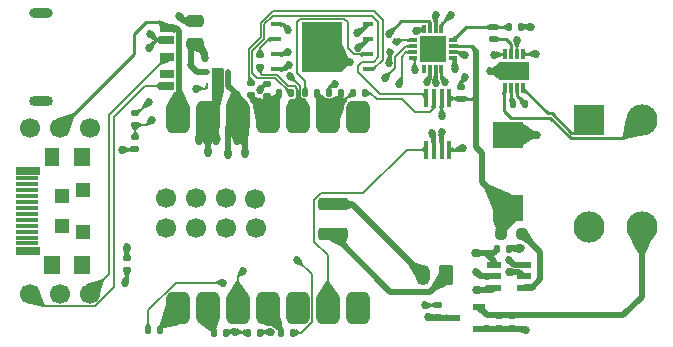
<source format=gbr>
%TF.GenerationSoftware,KiCad,Pcbnew,7.0.10*%
%TF.CreationDate,2024-12-23T10:05:36-08:00*%
%TF.ProjectId,wsg1.0,77736731-2e30-42e6-9b69-6361645f7063,rev?*%
%TF.SameCoordinates,Original*%
%TF.FileFunction,Copper,L1,Top*%
%TF.FilePolarity,Positive*%
%FSLAX46Y46*%
G04 Gerber Fmt 4.6, Leading zero omitted, Abs format (unit mm)*
G04 Created by KiCad (PCBNEW 7.0.10) date 2024-12-23 10:05:36*
%MOMM*%
%LPD*%
G01*
G04 APERTURE LIST*
G04 Aperture macros list*
%AMRoundRect*
0 Rectangle with rounded corners*
0 $1 Rounding radius*
0 $2 $3 $4 $5 $6 $7 $8 $9 X,Y pos of 4 corners*
0 Add a 4 corners polygon primitive as box body*
4,1,4,$2,$3,$4,$5,$6,$7,$8,$9,$2,$3,0*
0 Add four circle primitives for the rounded corners*
1,1,$1+$1,$2,$3*
1,1,$1+$1,$4,$5*
1,1,$1+$1,$6,$7*
1,1,$1+$1,$8,$9*
0 Add four rect primitives between the rounded corners*
20,1,$1+$1,$2,$3,$4,$5,0*
20,1,$1+$1,$4,$5,$6,$7,0*
20,1,$1+$1,$6,$7,$8,$9,0*
20,1,$1+$1,$8,$9,$2,$3,0*%
G04 Aperture macros list end*
%TA.AperFunction,SMDPad,CuDef*%
%ADD10R,1.090000X0.610000*%
%TD*%
%TA.AperFunction,ComponentPad*%
%ADD11C,1.700000*%
%TD*%
%TA.AperFunction,SMDPad,CuDef*%
%ADD12R,1.900000X0.350000*%
%TD*%
%TA.AperFunction,SMDPad,CuDef*%
%ADD13R,1.400000X1.500000*%
%TD*%
%TA.AperFunction,SMDPad,CuDef*%
%ADD14R,2.100000X0.650000*%
%TD*%
%TA.AperFunction,SMDPad,CuDef*%
%ADD15R,1.200000X1.200000*%
%TD*%
%TA.AperFunction,SMDPad,CuDef*%
%ADD16R,1.300000X1.500000*%
%TD*%
%TA.AperFunction,SMDPad,CuDef*%
%ADD17RoundRect,0.140000X-0.170000X0.140000X-0.170000X-0.140000X0.170000X-0.140000X0.170000X0.140000X0*%
%TD*%
%TA.AperFunction,SMDPad,CuDef*%
%ADD18RoundRect,0.135000X-0.135000X-0.185000X0.135000X-0.185000X0.135000X0.185000X-0.135000X0.185000X0*%
%TD*%
%TA.AperFunction,SMDPad,CuDef*%
%ADD19R,1.150000X0.600000*%
%TD*%
%TA.AperFunction,SMDPad,CuDef*%
%ADD20RoundRect,0.135000X-0.185000X0.135000X-0.185000X-0.135000X0.185000X-0.135000X0.185000X0.135000X0*%
%TD*%
%TA.AperFunction,SMDPad,CuDef*%
%ADD21RoundRect,0.250000X0.475000X-0.250000X0.475000X0.250000X-0.475000X0.250000X-0.475000X-0.250000X0*%
%TD*%
%TA.AperFunction,SMDPad,CuDef*%
%ADD22R,0.431800X1.498600*%
%TD*%
%TA.AperFunction,ComponentPad*%
%ADD23R,2.640000X2.640000*%
%TD*%
%TA.AperFunction,ComponentPad*%
%ADD24C,2.640000*%
%TD*%
%TA.AperFunction,SMDPad,CuDef*%
%ADD25R,0.300000X0.900000*%
%TD*%
%TA.AperFunction,SMDPad,CuDef*%
%ADD26R,2.500000X1.550000*%
%TD*%
%TA.AperFunction,SMDPad,CuDef*%
%ADD27R,2.500000X2.300000*%
%TD*%
%TA.AperFunction,SMDPad,CuDef*%
%ADD28RoundRect,0.135000X-0.092715X0.209413X-0.227715X-0.024413X0.092715X-0.209413X0.227715X0.024413X0*%
%TD*%
%TA.AperFunction,SMDPad,CuDef*%
%ADD29RoundRect,0.140000X-0.140000X-0.170000X0.140000X-0.170000X0.140000X0.170000X-0.140000X0.170000X0*%
%TD*%
%TA.AperFunction,SMDPad,CuDef*%
%ADD30RoundRect,0.135000X0.135000X0.185000X-0.135000X0.185000X-0.135000X-0.185000X0.135000X-0.185000X0*%
%TD*%
%TA.AperFunction,SMDPad,CuDef*%
%ADD31R,0.950000X0.450000*%
%TD*%
%TA.AperFunction,SMDPad,CuDef*%
%ADD32R,3.450000X4.350000*%
%TD*%
%TA.AperFunction,SMDPad,CuDef*%
%ADD33RoundRect,0.237500X-0.250000X-0.237500X0.250000X-0.237500X0.250000X0.237500X-0.250000X0.237500X0*%
%TD*%
%TA.AperFunction,SMDPad,CuDef*%
%ADD34R,0.260000X0.530000*%
%TD*%
%TA.AperFunction,SMDPad,CuDef*%
%ADD35R,0.300000X0.800000*%
%TD*%
%TA.AperFunction,SMDPad,CuDef*%
%ADD36R,0.800000X0.300000*%
%TD*%
%TA.AperFunction,SMDPad,CuDef*%
%ADD37R,2.240000X2.240000*%
%TD*%
%TA.AperFunction,SMDPad,CuDef*%
%ADD38RoundRect,0.140000X0.170000X-0.140000X0.170000X0.140000X-0.170000X0.140000X-0.170000X-0.140000X0*%
%TD*%
%TA.AperFunction,ComponentPad*%
%ADD39RoundRect,0.250000X0.350000X0.625000X-0.350000X0.625000X-0.350000X-0.625000X0.350000X-0.625000X0*%
%TD*%
%TA.AperFunction,ComponentPad*%
%ADD40O,1.200000X1.750000*%
%TD*%
%TA.AperFunction,SMDPad,CuDef*%
%ADD41RoundRect,0.500000X0.500000X-0.875000X0.500000X0.875000X-0.500000X0.875000X-0.500000X-0.875000X0*%
%TD*%
%TA.AperFunction,ComponentPad*%
%ADD42RoundRect,0.275000X-0.975000X-0.275000X0.975000X-0.275000X0.975000X0.275000X-0.975000X0.275000X0*%
%TD*%
%TA.AperFunction,SMDPad,CuDef*%
%ADD43R,1.200000X0.750000*%
%TD*%
%TA.AperFunction,ComponentPad*%
%ADD44O,2.000000X0.822200*%
%TD*%
%TA.AperFunction,ComponentPad*%
%ADD45O,2.000000X0.898400*%
%TD*%
%TA.AperFunction,SMDPad,CuDef*%
%ADD46RoundRect,0.135000X0.185000X-0.135000X0.185000X0.135000X-0.185000X0.135000X-0.185000X-0.135000X0*%
%TD*%
%TA.AperFunction,ViaPad*%
%ADD47C,0.685800*%
%TD*%
%TA.AperFunction,Conductor*%
%ADD48C,0.254000*%
%TD*%
%TA.AperFunction,Conductor*%
%ADD49C,0.127000*%
%TD*%
%TA.AperFunction,Conductor*%
%ADD50C,0.508000*%
%TD*%
%TA.AperFunction,Conductor*%
%ADD51C,0.152400*%
%TD*%
G04 APERTURE END LIST*
D10*
%TO.P,PS1,1,GND*%
%TO.N,GNDA*%
X39520000Y-27445000D03*
%TO.P,PS1,2,VOUT*%
%TO.N,2V5 Ref*%
X39520000Y-25615000D03*
%TO.P,PS1,3,VIN*%
%TO.N,5V5*%
X37380000Y-26530000D03*
%TD*%
D11*
%TO.P,J3,1,D-*%
%TO.N,USB_D-*%
X1480000Y-24490000D03*
%TO.P,J3,2,SHIELD*%
%TO.N,GNDA*%
X4020000Y-24490000D03*
%TO.P,J3,3,D+*%
%TO.N,USB_D+*%
X6560000Y-24490000D03*
%TO.P,J3,4,GND*%
%TO.N,GNDA*%
X1480000Y-10490000D03*
%TO.P,J3,5,VBUS*%
%TO.N,5V USB*%
X4020000Y-10490000D03*
%TO.P,J3,6,CC*%
%TO.N,Net-(J3-CC)*%
X6560000Y-10490000D03*
D12*
%TO.P,J3,A1*%
%TO.N,N/C*%
X1280000Y-14740000D03*
%TO.P,J3,A4*%
X1280000Y-16240000D03*
%TO.P,J3,A5*%
X1280000Y-16740000D03*
%TO.P,J3,A6*%
X1280000Y-17240000D03*
%TO.P,J3,A7*%
X1280000Y-17740000D03*
%TO.P,J3,A10*%
X1280000Y-19240000D03*
%TO.P,J3,A11*%
X1280000Y-19740000D03*
%TO.P,J3,B2*%
X1280000Y-20240000D03*
%TO.P,J3,B3*%
X1280000Y-18740000D03*
%TO.P,J3,B5*%
X1280000Y-18240000D03*
%TO.P,J3,B9*%
X1280000Y-15740000D03*
%TO.P,J3,B12*%
X1280000Y-15240000D03*
D13*
%TO.P,J3,S1*%
X3380000Y-22040000D03*
X5880000Y-22040000D03*
D14*
X1380000Y-20890000D03*
D15*
X5980000Y-19240000D03*
X4230000Y-18740000D03*
X4230000Y-16240000D03*
X5980000Y-15740000D03*
D14*
X1380000Y-14090000D03*
D16*
X3380000Y-12940000D03*
D13*
X5880000Y-12940000D03*
%TD*%
D17*
%TO.P,C6,1*%
%TO.N,GNDA*%
X38010000Y-7030000D03*
%TO.P,C6,2*%
%TO.N,5V Reference*%
X38010000Y-7990000D03*
%TD*%
%TO.P,C5,1*%
%TO.N,2V5 Ref*%
X42330000Y-26410000D03*
%TO.P,C5,2*%
%TO.N,GNDA*%
X42330000Y-27370000D03*
%TD*%
D18*
%TO.P,R9,1*%
%TO.N,Net-(IC3-RG_1)*%
X42370000Y-8410000D03*
%TO.P,R9,2*%
%TO.N,Net-(IC3-RG_2)*%
X43390000Y-8410000D03*
%TD*%
D19*
%TO.P,IC2,1,OUT*%
%TO.N,Net-(IC2-OUT)*%
X43320000Y-23980000D03*
%TO.P,IC2,2,GND_1*%
%TO.N,GNDA*%
X43320000Y-23030000D03*
%TO.P,IC2,3,GND_2*%
X43320000Y-22080000D03*
%TO.P,IC2,4,~{SHDN}*%
%TO.N,5V5*%
X40820000Y-22080000D03*
%TO.P,IC2,5,GND_3*%
%TO.N,GNDA*%
X40820000Y-23030000D03*
%TO.P,IC2,6,VDD*%
%TO.N,5V5*%
X40820000Y-23980000D03*
%TD*%
D20*
%TO.P,R13,1*%
%TO.N,Net-(J3-CC)*%
X9720000Y-21490000D03*
%TO.P,R13,2*%
%TO.N,GNDA*%
X9720000Y-22510000D03*
%TD*%
D21*
%TO.P,C8,2*%
%TO.N,GNDA*%
X15520000Y-1440000D03*
%TO.P,C8,1*%
%TO.N,5V5*%
X15520000Y-3340000D03*
%TD*%
D22*
%TO.P,U2,1,VDD*%
%TO.N,5V Reference*%
X37005200Y-7935600D03*
%TO.P,U2,2,CS#*%
%TO.N,CS-DAC*%
X36370200Y-7935600D03*
%TO.P,U2,3,SCLK*%
%TO.N,SCLK_DAC*%
X35709800Y-7935600D03*
%TO.P,U2,4,SDIN*%
%TO.N,MOSI_DAC*%
X35074800Y-7935600D03*
%TO.P,U2,5,LDAC#*%
%TO.N,LDAC-DAC*%
X35074800Y-12304400D03*
%TO.P,U2,6,CLR#*%
%TO.N,5V5*%
X35709800Y-12304400D03*
%TO.P,U2,7,GND*%
%TO.N,GNDA*%
X36370200Y-12304400D03*
%TO.P,U2,8,VOUT*%
%TO.N,DAC Bias*%
X37005200Y-12304400D03*
%TD*%
D23*
%TO.P,J1,1,1*%
%TO.N,S+*%
X48850000Y-9750000D03*
D24*
%TO.P,J1,2,2*%
%TO.N,S-*%
X53300000Y-9750000D03*
%TO.P,J1,3,3*%
%TO.N,2V5 Ref*%
X53300000Y-18870000D03*
%TO.P,J1,4,4*%
%TO.N,GNDA*%
X48850000Y-18870000D03*
%TD*%
D25*
%TO.P,IC3,1,-IN*%
%TO.N,S-*%
X41770000Y-7120000D03*
%TO.P,IC3,2,RG_1*%
%TO.N,Net-(IC3-RG_1)*%
X42270000Y-7120000D03*
%TO.P,IC3,3,RG_2*%
%TO.N,Net-(IC3-RG_2)*%
X42770000Y-7120000D03*
%TO.P,IC3,4,+IN*%
%TO.N,S+*%
X43270000Y-7120000D03*
%TO.P,IC3,5,-VS*%
%TO.N,GNDA*%
X43270000Y-4220000D03*
%TO.P,IC3,6,REF*%
%TO.N,DAC Bias*%
X42770000Y-4220000D03*
%TO.P,IC3,7,OUT*%
%TO.N,AmplifiedSig*%
X42270000Y-4220000D03*
%TO.P,IC3,8,+VS*%
%TO.N,5V5*%
X41770000Y-4220000D03*
D26*
%TO.P,IC3,9,EP*%
%TO.N,GNDA*%
X42520000Y-5670000D03*
%TD*%
D18*
%TO.P,R3,1*%
%TO.N,SCLK_FLASH*%
X24830000Y-7500000D03*
%TO.P,R3,2*%
%TO.N,SCLK*%
X25850000Y-7500000D03*
%TD*%
D27*
%TO.P,C9,1,+*%
%TO.N,GNDA*%
X41950000Y-11020000D03*
%TO.P,C9,2,-*%
%TO.N,5V Reference*%
X41950000Y-17220000D03*
%TD*%
D28*
%TO.P,R14,1*%
%TO.N,MISO_ADC*%
X32525000Y-3158327D03*
%TO.P,R14,2*%
%TO.N,MISO*%
X32015000Y-4041673D03*
%TD*%
D29*
%TO.P,C2,1*%
%TO.N,5V5*%
X41070000Y-20730000D03*
%TO.P,C2,2*%
%TO.N,GNDA*%
X42030000Y-20730000D03*
%TD*%
D30*
%TO.P,R12,1*%
%TO.N,3V3*%
X20960000Y-27790000D03*
%TO.P,R12,2*%
%TO.N,CS-MEM*%
X19940000Y-27790000D03*
%TD*%
D31*
%TO.P,IC4,1,~{CS}*%
%TO.N,CS-MEM*%
X22300000Y-1680000D03*
%TO.P,IC4,2,DO_(IO1_)*%
%TO.N,MISO_FLASH*%
X22300000Y-2950000D03*
%TO.P,IC4,3,~{WP_(IO2_)}*%
%TO.N,3V3*%
X22300000Y-4220000D03*
%TO.P,IC4,4,GND*%
%TO.N,GNDA*%
X22300000Y-5490000D03*
%TO.P,IC4,5,DI_(IO0_)*%
%TO.N,MOSI_FLASH*%
X30100000Y-5490000D03*
%TO.P,IC4,6,CLK*%
%TO.N,SCLK_FLASH*%
X30100000Y-4220000D03*
%TO.P,IC4,7,~{HOLD_(IO3_)}*%
%TO.N,3V3*%
X30100000Y-2950000D03*
%TO.P,IC4,8,VCC*%
X30100000Y-1680000D03*
D32*
%TO.P,IC4,9,EP*%
%TO.N,GNDA*%
X26200000Y-3585000D03*
%TD*%
D33*
%TO.P,R6,1*%
%TO.N,5V Reference*%
X41367500Y-19420000D03*
%TO.P,R6,2*%
%TO.N,Net-(IC2-OUT)*%
X43192500Y-19420000D03*
%TD*%
D18*
%TO.P,R4,1*%
%TO.N,CS-DAC*%
X11480000Y-27550000D03*
%TO.P,R4,2*%
%TO.N,Net-(U1-PA02_A0_D0)*%
X12500000Y-27550000D03*
%TD*%
D29*
%TO.P,C1,1*%
%TO.N,FilteredSig*%
X42100000Y-1930000D03*
%TO.P,C1,2*%
%TO.N,GNDA*%
X43060000Y-1930000D03*
%TD*%
D20*
%TO.P,R10,1*%
%TO.N,GNDA*%
X10430000Y-9180000D03*
%TO.P,R10,2*%
%TO.N,Net-(PS2-FB)*%
X10430000Y-10200000D03*
%TD*%
D30*
%TO.P,R2,1*%
%TO.N,SCLK_DAC*%
X29860000Y-7500000D03*
%TO.P,R2,2*%
%TO.N,SCLK*%
X28840000Y-7500000D03*
%TD*%
%TO.P,R7,1*%
%TO.N,CS-ADC*%
X23820000Y-27790000D03*
%TO.P,R7,2*%
%TO.N,Net-(U1-PA11_A3_D3)*%
X22800000Y-27790000D03*
%TD*%
D18*
%TO.P,R1,1*%
%TO.N,SCLK_ADC*%
X26820000Y-7490000D03*
%TO.P,R1,2*%
%TO.N,SCLK*%
X27840000Y-7490000D03*
%TD*%
D20*
%TO.P,R11,1*%
%TO.N,Net-(PS2-FB)*%
X10430000Y-11260000D03*
%TO.P,R11,2*%
%TO.N,5V5*%
X10430000Y-12280000D03*
%TD*%
D17*
%TO.P,C4,1*%
%TO.N,2V5 Ref*%
X41190000Y-26420000D03*
%TO.P,C4,2*%
%TO.N,GNDA*%
X41190000Y-27380000D03*
%TD*%
D34*
%TO.P,PS2,1,VIN*%
%TO.N,3V3*%
X18310000Y-5720000D03*
%TO.P,PS2,2,GND_1*%
%TO.N,GNDA*%
X17710000Y-5720000D03*
%TO.P,PS2,3,GND_2*%
X17110000Y-5720000D03*
%TO.P,PS2,4,VOUT*%
%TO.N,5V5*%
X16510000Y-5720000D03*
%TO.P,PS2,5,FB*%
%TO.N,Net-(PS2-FB)*%
X16510000Y-6920000D03*
%TO.P,PS2,6,GND_3*%
%TO.N,GNDA*%
X17110000Y-6920000D03*
%TO.P,PS2,7,MODE*%
X17710000Y-6920000D03*
%TO.P,PS2,8,EN*%
%TO.N,3V3*%
X18310000Y-6920000D03*
%TD*%
D20*
%TO.P,R16,1*%
%TO.N,MISO_FLASH*%
X20990000Y-4280000D03*
%TO.P,R16,2*%
%TO.N,MISO*%
X20990000Y-5300000D03*
%TD*%
D35*
%TO.P,IC1,1,CLK*%
%TO.N,unconnected-(IC1-CLK-Pad1)*%
X34850000Y-5490000D03*
%TO.P,IC1,2,DGND*%
%TO.N,GNDA*%
X35350000Y-5490000D03*
%TO.P,IC1,3,AVSS*%
X35850000Y-5490000D03*
%TO.P,IC1,4,AIN3/REFN1*%
X36350000Y-5490000D03*
D36*
%TO.P,IC1,5,AIN2*%
%TO.N,DAC Bias*%
X37300000Y-4540000D03*
%TO.P,IC1,6,REFN0*%
%TO.N,GNDA*%
X37300000Y-4040000D03*
%TO.P,IC1,7,REFP0*%
%TO.N,5V Reference*%
X37300000Y-3540000D03*
%TO.P,IC1,8,AIN1*%
%TO.N,FilteredSig*%
X37300000Y-3040000D03*
D35*
%TO.P,IC1,9,AIN0/REFP1*%
%TO.N,2V5 Ref*%
X36350000Y-2090000D03*
%TO.P,IC1,10,AVDD*%
%TO.N,5V5*%
X35850000Y-2090000D03*
%TO.P,IC1,11,DVDD*%
%TO.N,3V3*%
X35350000Y-2090000D03*
%TO.P,IC1,12,~{DRDY}*%
%TO.N,ADC DReady*%
X34850000Y-2090000D03*
D36*
%TO.P,IC1,13,DOUT/~{DRDY}*%
%TO.N,MISO_ADC*%
X33900000Y-3040000D03*
%TO.P,IC1,14,DIN*%
%TO.N,MOSI_ADC*%
X33900000Y-3540000D03*
%TO.P,IC1,15,SCLK*%
%TO.N,SCLK_ADC*%
X33900000Y-4040000D03*
%TO.P,IC1,16,~{CS}*%
%TO.N,CS-ADC*%
X33900000Y-4540000D03*
D37*
%TO.P,IC1,17,EP*%
%TO.N,unconnected-(IC1-EP-Pad17)*%
X35600000Y-3790000D03*
%TD*%
D38*
%TO.P,C3,1*%
%TO.N,5V5*%
X36020000Y-26430000D03*
%TO.P,C3,2*%
%TO.N,GNDA*%
X36020000Y-25470000D03*
%TD*%
D39*
%TO.P,J4,1,Pin_1*%
%TO.N,BAT-*%
X36770000Y-22950000D03*
D40*
%TO.P,J4,2,Pin_2*%
%TO.N,BAT+*%
X34770000Y-22950000D03*
%TD*%
D41*
%TO.P,U1,1,PA02_A0_D0*%
%TO.N,Net-(U1-PA02_A0_D0)*%
X14010000Y-25730000D03*
%TO.P,U1,2,PA4_A1_D1*%
%TO.N,Net-(U1-PA4_A1_D1)*%
X16550000Y-25730000D03*
%TO.P,U1,3,PA10_A2_D2*%
%TO.N,ADC DReady*%
X19090000Y-25730000D03*
%TO.P,U1,4,PA11_A3_D3*%
%TO.N,Net-(U1-PA11_A3_D3)*%
X21630000Y-25730000D03*
%TO.P,U1,5,PA8_A4_D4_SDA*%
%TO.N,unconnected-(U1-PA8_A4_D4_SDA-Pad5)*%
X24170000Y-25730000D03*
%TO.P,U1,6,PA9_A5_D5_SCL*%
%TO.N,LDAC-DAC*%
X26710000Y-25730000D03*
%TO.P,U1,7,PB08_A6_D6_TX*%
%TO.N,unconnected-(U1-PB08_A6_D6_TX-Pad7)*%
X29250000Y-25730000D03*
%TO.P,U1,8,PB09_A7_D7_RX*%
%TO.N,unconnected-(U1-PB09_A7_D7_RX-Pad8)*%
X29250000Y-9565000D03*
%TO.P,U1,9,PA7_A8_D8_SCK*%
%TO.N,SCLK*%
X26710000Y-9565000D03*
%TO.P,U1,10,PA5_A9_D9_MISO*%
%TO.N,MISO*%
X24170000Y-9565000D03*
%TO.P,U1,11,PA6_A10_D10_MOSI*%
%TO.N,MOSI*%
X21630000Y-9565000D03*
%TO.P,U1,12,3V3*%
%TO.N,3V3*%
X19090000Y-9565000D03*
%TO.P,U1,13,GND*%
%TO.N,GNDA*%
X16550000Y-9565000D03*
%TO.P,U1,14,5V*%
%TO.N,5V USB*%
X14028500Y-9565000D03*
D42*
%TO.P,U1,15,BAT-*%
%TO.N,BAT-*%
X27161700Y-19456400D03*
%TO.P,U1,16,Bat+*%
%TO.N,BAT+*%
X27161700Y-16916400D03*
D11*
%TO.P,U1,17,MTDO*%
%TO.N,unconnected-(U1-MTDO-Pad17)*%
X12988500Y-18948400D03*
%TO.P,U1,18,MTDI*%
%TO.N,unconnected-(U1-MTDI-Pad18)*%
X13016500Y-16408400D03*
%TO.P,U1,19,GND*%
%TO.N,unconnected-(U1-GND-Pad19)*%
X15528500Y-18948400D03*
%TO.P,U1,20,EN*%
%TO.N,unconnected-(U1-EN-Pad20)*%
X15528500Y-16408400D03*
%TO.P,U1,21,MTCK*%
%TO.N,unconnected-(U1-MTCK-Pad21)*%
X18068500Y-18948400D03*
%TO.P,U1,22,MTMS*%
%TO.N,unconnected-(U1-MTMS-Pad22)*%
X18068500Y-16408400D03*
%TO.P,U1,23,3v3*%
%TO.N,unconnected-(U1-3v3-Pad23)*%
X20608500Y-18948400D03*
%TO.P,U1,24,BOOT*%
%TO.N,unconnected-(U1-BOOT-Pad24)*%
X20551700Y-16501000D03*
%TD*%
D20*
%TO.P,R17,1*%
%TO.N,MOSI_ADC*%
X21610000Y-6710000D03*
%TO.P,R17,2*%
%TO.N,MOSI*%
X21610000Y-7730000D03*
%TD*%
D43*
%TO.P,J2,1,SLEEVE*%
%TO.N,5V USB*%
X13140000Y-2020000D03*
%TO.P,J2,2,TIP_1*%
%TO.N,unconnected-(J2-TIP_1-Pad2)*%
X13140000Y-5920000D03*
%TO.P,J2,3,RING_1*%
%TO.N,USB_D+*%
X13140000Y-4470000D03*
%TO.P,J2,4,RING_2*%
%TO.N,USB_D-*%
X13140000Y-6920000D03*
%TO.P,J2,5,TIP_2*%
%TO.N,GNDA*%
X13140000Y-3020000D03*
D44*
%TO.P,J2,MH1,MH1*%
%TO.N,unconnected-(J2-PadMH1)*%
X2440000Y-720000D03*
D45*
%TO.P,J2,MH2,MH2*%
%TO.N,unconnected-(J2-PadMH2)*%
X2440000Y-8220000D03*
%TD*%
D46*
%TO.P,R8,1*%
%TO.N,AmplifiedSig*%
X40720000Y-2950000D03*
%TO.P,R8,2*%
%TO.N,FilteredSig*%
X40720000Y-1930000D03*
%TD*%
D20*
%TO.P,R19,1*%
%TO.N,MOSI_FLASH*%
X20260000Y-6690000D03*
%TO.P,R19,2*%
%TO.N,MOSI*%
X20260000Y-7710000D03*
%TD*%
D30*
%TO.P,R5,1*%
%TO.N,CS-MEM*%
X18090000Y-27790000D03*
%TO.P,R5,2*%
%TO.N,Net-(U1-PA4_A1_D1)*%
X17070000Y-27790000D03*
%TD*%
%TO.P,R18,1*%
%TO.N,MOSI_DAC*%
X23610000Y-7540000D03*
%TO.P,R18,2*%
%TO.N,MOSI*%
X22590000Y-7540000D03*
%TD*%
D47*
%TO.N,DAC Bias*%
X42740000Y-3000000D03*
%TO.N,SCLK_ADC*%
X32735000Y-6705000D03*
%TO.N,MOSI_ADC*%
X31548247Y-6252957D03*
%TO.N,MISO*%
X31884079Y-4925516D03*
%TO.N,SCLK_ADC*%
X27360000Y-6743400D03*
%TO.N,MISO*%
X23540000Y-6066600D03*
%TO.N,MOSI_ADC*%
X20953012Y-7214053D03*
%TO.N,GNDA*%
X35850000Y-6670000D03*
X35100000Y-6570000D03*
X15860000Y-11530000D03*
X28600000Y-4860000D03*
X43110000Y-20670000D03*
X11550000Y-8300000D03*
X11590000Y-3730000D03*
X42090000Y-21660000D03*
X42060000Y-22640000D03*
X11670000Y-2480000D03*
X36620000Y-6590000D03*
X23422504Y-5157607D03*
X44460000Y-11050000D03*
X9540000Y-23580000D03*
X34950000Y-25480000D03*
X44350000Y-4180000D03*
X38370000Y-4290000D03*
X39240000Y-22630000D03*
X38380000Y-6160000D03*
X16590000Y-12600000D03*
X14090000Y-950000D03*
X36360000Y-10810000D03*
X43900000Y-1910000D03*
X17300000Y-11530000D03*
X43510000Y-27540000D03*
X40440000Y-5680000D03*
%TO.N,5V5*%
X40820000Y-4250000D03*
X9290000Y-12310000D03*
X35510000Y-10900000D03*
X16310000Y-4540000D03*
X39220000Y-21040000D03*
X39280000Y-24150000D03*
X35210000Y-26510000D03*
X35850000Y-890000D03*
%TO.N,2V5 Ref*%
X37120000Y-910000D03*
%TO.N,DAC Bias*%
X37480000Y-5470000D03*
X38160000Y-12140000D03*
%TO.N,3V3*%
X31913400Y-2480000D03*
X19030000Y-11550000D03*
X29270188Y-3686916D03*
X19700000Y-12680000D03*
X29210000Y-2390000D03*
X23380000Y-4040000D03*
X21880000Y-27730000D03*
X18300000Y-12730000D03*
%TO.N,ADC DReady*%
X19540000Y-22590000D03*
X34160000Y-2240000D03*
%TO.N,CS-ADC*%
X34080000Y-5530000D03*
X24140000Y-21650000D03*
%TO.N,CS-MEM*%
X18870000Y-27700000D03*
X23390000Y-2150000D03*
%TO.N,Net-(PS2-FB)*%
X15560000Y-7140000D03*
X11800000Y-9790000D03*
%TO.N,CS-DAC*%
X36380000Y-9440000D03*
X17860000Y-23550000D03*
%TO.N,Net-(J3-CC)*%
X9730000Y-20530000D03*
%TD*%
D48*
%TO.N,GNDA*%
X11590000Y-3640000D02*
X12210000Y-3020000D01*
X11590000Y-3730000D02*
X11590000Y-3640000D01*
D49*
%TO.N,SCLK_FLASH*%
X28430000Y-3690000D02*
X28960000Y-4220000D01*
X28430000Y-1534000D02*
X28430000Y-3690000D01*
X24130000Y-1480000D02*
X24390500Y-1219500D01*
X24130000Y-5796000D02*
X24130000Y-1480000D01*
X28115500Y-1219500D02*
X28430000Y-1534000D01*
X24830000Y-6496000D02*
X24130000Y-5796000D01*
X24830000Y-7500000D02*
X24830000Y-6496000D01*
X28960000Y-4220000D02*
X30100000Y-4220000D01*
X24390500Y-1219500D02*
X28115500Y-1219500D01*
D48*
%TO.N,5V USB*%
X12600000Y-1480000D02*
X13140000Y-2020000D01*
X11340000Y-1480000D02*
X12600000Y-1480000D01*
X10290000Y-2530000D02*
X11340000Y-1480000D01*
X10290000Y-4220000D02*
X10290000Y-2530000D01*
X4020000Y-10490000D02*
X10290000Y-4220000D01*
%TO.N,3V3*%
X29363084Y-3686916D02*
X30100000Y-2950000D01*
X29270188Y-3686916D02*
X29363084Y-3686916D01*
X29390000Y-2390000D02*
X30100000Y-1680000D01*
X29210000Y-2390000D02*
X29390000Y-2390000D01*
D49*
%TO.N,MOSI*%
X20260000Y-8195000D02*
X20260000Y-7710000D01*
X21630000Y-9565000D02*
X20260000Y-8195000D01*
%TO.N,MOSI_FLASH*%
X30590000Y-5490000D02*
X30100000Y-5490000D01*
X31380000Y-4700000D02*
X30590000Y-5490000D01*
X30613500Y-563500D02*
X31380000Y-1330000D01*
X31380000Y-1330000D02*
X31380000Y-4700000D01*
X21082000Y-1568790D02*
X22087290Y-563500D01*
X21082000Y-2758000D02*
X21082000Y-1568790D01*
X20090000Y-6520000D02*
X20090000Y-3750000D01*
X20090000Y-3750000D02*
X21082000Y-2758000D01*
X22087290Y-563500D02*
X30613500Y-563500D01*
X20260000Y-6690000D02*
X20090000Y-6520000D01*
%TO.N,MOSI_ADC*%
X20953012Y-7214053D02*
X21457065Y-6710000D01*
X21457065Y-6710000D02*
X21610000Y-6710000D01*
%TO.N,MOSI*%
X21630000Y-7830000D02*
X21610000Y-7810000D01*
X21610000Y-7810000D02*
X21610000Y-7730000D01*
%TO.N,MOSI_ADC*%
X21590000Y-6690000D02*
X21610000Y-6710000D01*
X21480000Y-6690000D02*
X21590000Y-6690000D01*
%TO.N,MOSI*%
X22590000Y-8605000D02*
X22590000Y-7540000D01*
%TO.N,MOSI_DAC*%
X34759200Y-7620000D02*
X35074800Y-7935600D01*
X31149000Y-7620000D02*
X34759200Y-7620000D01*
X29250000Y-5721000D02*
X31149000Y-7620000D01*
X29250000Y-5250000D02*
X29250000Y-5721000D01*
X30650000Y-4850000D02*
X29650000Y-4850000D01*
X31016000Y-4484000D02*
X30650000Y-4850000D01*
X29650000Y-4850000D02*
X29250000Y-5250000D01*
X31016000Y-1516000D02*
X31016000Y-4484000D01*
X22060000Y-950000D02*
X30450000Y-950000D01*
X21336000Y-1674000D02*
X22060000Y-950000D01*
X22264000Y-6194000D02*
X20744000Y-6194000D01*
X23610000Y-7540000D02*
X22264000Y-6194000D01*
X20744000Y-6194000D02*
X20344000Y-5794000D01*
%TO.N,MOSI*%
X21630000Y-9565000D02*
X22590000Y-8605000D01*
%TO.N,MOSI_DAC*%
X20344000Y-3925210D02*
X21336000Y-2933210D01*
X21336000Y-2933210D02*
X21336000Y-1674000D01*
X20344000Y-5794000D02*
X20344000Y-3925210D01*
X30450000Y-950000D02*
X31016000Y-1516000D01*
%TO.N,MISO*%
X21180000Y-5940000D02*
X20990000Y-5750000D01*
X22410000Y-5940000D02*
X21180000Y-5940000D01*
X23910000Y-6890000D02*
X23360000Y-6890000D01*
X23360000Y-6890000D02*
X22410000Y-5940000D01*
X24160000Y-7140000D02*
X23910000Y-6890000D01*
X24160000Y-9555000D02*
X24160000Y-7140000D01*
X20990000Y-5750000D02*
X20990000Y-5300000D01*
X24170000Y-9565000D02*
X24160000Y-9555000D01*
X24360000Y-9375000D02*
X24170000Y-9565000D01*
X23540000Y-6070000D02*
X24360000Y-6890000D01*
X24360000Y-6890000D02*
X24360000Y-9375000D01*
X23540000Y-6066600D02*
X23540000Y-6070000D01*
%TO.N,SCLK_ADC*%
X33373000Y-4040000D02*
X33900000Y-4040000D01*
X32735000Y-6705000D02*
X32980000Y-6460000D01*
X32980000Y-6460000D02*
X32980000Y-4433000D01*
X32980000Y-4433000D02*
X33373000Y-4040000D01*
%TO.N,MOSI_ADC*%
X33373000Y-3540000D02*
X33900000Y-3540000D01*
X32417479Y-4495521D02*
X33373000Y-3540000D01*
X31548247Y-6252957D02*
X32417479Y-5383725D01*
X32417479Y-5383725D02*
X32417479Y-4495521D01*
%TO.N,MISO*%
X32015000Y-4794595D02*
X31884079Y-4925516D01*
X32015000Y-4041673D02*
X32015000Y-4794595D01*
%TO.N,DAC Bias*%
X42740000Y-4190000D02*
X42770000Y-4220000D01*
X42740000Y-3000000D02*
X42740000Y-4190000D01*
D48*
%TO.N,FilteredSig*%
X42100000Y-1930000D02*
X40720000Y-1930000D01*
X40720000Y-1930000D02*
X40710000Y-1940000D01*
X40710000Y-1940000D02*
X38400000Y-1940000D01*
X38400000Y-1940000D02*
X37300000Y-3040000D01*
%TO.N,GNDA*%
X35350000Y-6320000D02*
X35100000Y-6570000D01*
D50*
X16590000Y-9605000D02*
X16550000Y-9565000D01*
D49*
X36020000Y-25470000D02*
X34960000Y-25470000D01*
D48*
X9720000Y-22510000D02*
X9720000Y-23400000D01*
D50*
X43110000Y-20670000D02*
X42090000Y-20670000D01*
D48*
X36370200Y-12304400D02*
X36370200Y-10820200D01*
D49*
X10430000Y-9180000D02*
X10670000Y-9180000D01*
D48*
X9720000Y-23400000D02*
X9540000Y-23580000D01*
D50*
X15520000Y-1440000D02*
X14580000Y-1440000D01*
X41950000Y-11020000D02*
X44430000Y-11020000D01*
D48*
X23090111Y-5490000D02*
X23422504Y-5157607D01*
X36350000Y-6320000D02*
X36620000Y-6590000D01*
D50*
X16590000Y-12600000D02*
X16590000Y-9605000D01*
D48*
X11670000Y-2480000D02*
X12210000Y-3020000D01*
D50*
X44430000Y-11020000D02*
X44460000Y-11050000D01*
D48*
X35350000Y-5490000D02*
X35350000Y-6320000D01*
D50*
X42930000Y-22640000D02*
X42060000Y-22640000D01*
D48*
X38010000Y-6530000D02*
X38380000Y-6160000D01*
D50*
X14580000Y-1440000D02*
X14090000Y-950000D01*
X15860000Y-10255000D02*
X16550000Y-9565000D01*
X39640000Y-23030000D02*
X39240000Y-22630000D01*
X17300000Y-10315000D02*
X16550000Y-9565000D01*
X42510000Y-22080000D02*
X42090000Y-21660000D01*
D48*
X38120000Y-4040000D02*
X38370000Y-4290000D01*
D50*
X40820000Y-23030000D02*
X39640000Y-23030000D01*
X43320000Y-23030000D02*
X42930000Y-22640000D01*
X15860000Y-11530000D02*
X15860000Y-10255000D01*
D48*
X43270000Y-4220000D02*
X44310000Y-4220000D01*
D50*
X17300000Y-11530000D02*
X17300000Y-10315000D01*
D48*
X40450000Y-5670000D02*
X40440000Y-5680000D01*
X42520000Y-5670000D02*
X40450000Y-5670000D01*
D49*
X26200000Y-3585000D02*
X27475000Y-4860000D01*
D50*
X39520000Y-27445000D02*
X43415000Y-27445000D01*
D48*
X36350000Y-5490000D02*
X36350000Y-6320000D01*
D50*
X43320000Y-22080000D02*
X42510000Y-22080000D01*
X42090000Y-20670000D02*
X42030000Y-20730000D01*
D49*
X10670000Y-9180000D02*
X11550000Y-8300000D01*
D48*
X43080000Y-1910000D02*
X43900000Y-1910000D01*
X12210000Y-3020000D02*
X13140000Y-3020000D01*
X36370200Y-10820200D02*
X36360000Y-10810000D01*
X43060000Y-1930000D02*
X43080000Y-1910000D01*
X38010000Y-7030000D02*
X38010000Y-6530000D01*
D49*
X27475000Y-4860000D02*
X28600000Y-4860000D01*
D50*
X43415000Y-27445000D02*
X43510000Y-27540000D01*
D48*
X37300000Y-4040000D02*
X38120000Y-4040000D01*
X44310000Y-4220000D02*
X44350000Y-4180000D01*
D49*
X34960000Y-25470000D02*
X34950000Y-25480000D01*
D48*
X22300000Y-5490000D02*
X23090111Y-5490000D01*
X35850000Y-5490000D02*
X35850000Y-6670000D01*
%TO.N,5V5*%
X35709800Y-11099800D02*
X35510000Y-10900000D01*
D50*
X15110000Y-3750000D02*
X15520000Y-3340000D01*
X39220000Y-21040000D02*
X40160000Y-21040000D01*
D49*
X10430000Y-12280000D02*
X10400000Y-12310000D01*
D48*
X40850000Y-4220000D02*
X40820000Y-4250000D01*
D50*
X40820000Y-21700000D02*
X40820000Y-22080000D01*
X16310000Y-4540000D02*
X16310000Y-4130000D01*
X41070000Y-20730000D02*
X40760000Y-21040000D01*
X35210000Y-26510000D02*
X35230000Y-26530000D01*
X40650000Y-24150000D02*
X40820000Y-23980000D01*
X39280000Y-24150000D02*
X40650000Y-24150000D01*
X40760000Y-21040000D02*
X40160000Y-21040000D01*
X37380000Y-26530000D02*
X35230000Y-26530000D01*
D48*
X41770000Y-4220000D02*
X40850000Y-4220000D01*
D49*
X10400000Y-12310000D02*
X9290000Y-12310000D01*
D50*
X15110000Y-5140000D02*
X15110000Y-3750000D01*
X16310000Y-4130000D02*
X15520000Y-3340000D01*
X15100000Y-5150000D02*
X15110000Y-5140000D01*
X40160000Y-21040000D02*
X40820000Y-21700000D01*
X15670000Y-5720000D02*
X15100000Y-5150000D01*
X16510000Y-5720000D02*
X15670000Y-5720000D01*
D48*
X35850000Y-890000D02*
X35850000Y-2090000D01*
X35709800Y-12304400D02*
X35709800Y-11099800D01*
%TO.N,2V5 Ref*%
X36350000Y-2090000D02*
X36350000Y-1680000D01*
D50*
X51727114Y-26310000D02*
X53300000Y-24737114D01*
X39520000Y-25615000D02*
X40215000Y-26310000D01*
X53300000Y-24737114D02*
X53300000Y-18870000D01*
X40215000Y-26310000D02*
X51727114Y-26310000D01*
D48*
X36350000Y-1680000D02*
X37120000Y-910000D01*
%TO.N,5V Reference*%
X38870000Y-3540000D02*
X39240000Y-3910000D01*
D50*
X41367500Y-19420000D02*
X41367500Y-17802500D01*
D48*
X39101200Y-7990000D02*
X39155600Y-7935600D01*
D50*
X39780000Y-12580000D02*
X39780000Y-15050000D01*
X39240000Y-8020000D02*
X39240000Y-3910000D01*
D48*
X37300000Y-3540000D02*
X38870000Y-3540000D01*
X37005200Y-7935600D02*
X37955600Y-7935600D01*
D50*
X39780000Y-15050000D02*
X41950000Y-17220000D01*
X39240000Y-12040000D02*
X39780000Y-12580000D01*
D48*
X38010000Y-7990000D02*
X39101200Y-7990000D01*
D50*
X39240000Y-8020000D02*
X39155600Y-7935600D01*
X41367500Y-17802500D02*
X41950000Y-17220000D01*
X39240000Y-8020000D02*
X39240000Y-12040000D01*
D48*
X37955600Y-7935600D02*
X38010000Y-7990000D01*
%TO.N,DAC Bias*%
X37995600Y-12304400D02*
X38160000Y-12140000D01*
X37480000Y-5470000D02*
X37480000Y-4720000D01*
X37480000Y-4720000D02*
X37300000Y-4540000D01*
X37005200Y-12304400D02*
X37995600Y-12304400D01*
D49*
%TO.N,3V3*%
X21020000Y-27730000D02*
X21880000Y-27730000D01*
D50*
X18300000Y-10355000D02*
X19090000Y-9565000D01*
X18300000Y-12730000D02*
X18300000Y-10355000D01*
X19700000Y-10175000D02*
X19090000Y-9565000D01*
D48*
X23200000Y-4220000D02*
X23380000Y-4040000D01*
D50*
X19700000Y-12680000D02*
X19700000Y-10175000D01*
D48*
X32957400Y-1436000D02*
X35254000Y-1436000D01*
D49*
X20960000Y-27790000D02*
X21020000Y-27730000D01*
D50*
X19090000Y-7700000D02*
X18310000Y-6920000D01*
D48*
X31913400Y-2480000D02*
X32957400Y-1436000D01*
D50*
X19030000Y-11550000D02*
X19030000Y-9625000D01*
X19030000Y-9625000D02*
X19090000Y-9565000D01*
X18310000Y-6920000D02*
X18310000Y-5720000D01*
D48*
X22300000Y-4220000D02*
X23200000Y-4220000D01*
X35350000Y-1532000D02*
X35350000Y-2090000D01*
D50*
X19090000Y-9565000D02*
X19090000Y-7700000D01*
D48*
X35254000Y-1436000D02*
X35350000Y-1532000D01*
D49*
%TO.N,ADC DReady*%
X19090000Y-23040000D02*
X19090000Y-25730000D01*
X34310000Y-2090000D02*
X34160000Y-2240000D01*
X19540000Y-22590000D02*
X19090000Y-23040000D01*
X34850000Y-2090000D02*
X34310000Y-2090000D01*
%TO.N,MOSI*%
X21630000Y-9565000D02*
X21630000Y-7830000D01*
X21550000Y-7750000D02*
X21600000Y-7750000D01*
X21630000Y-7830000D02*
X21550000Y-7750000D01*
%TO.N,SCLK*%
X27840000Y-8435000D02*
X27840000Y-7490000D01*
X25850000Y-8705000D02*
X25850000Y-7500000D01*
X28775000Y-7500000D02*
X28840000Y-7500000D01*
X26710000Y-9565000D02*
X28775000Y-7500000D01*
X26710000Y-9565000D02*
X27840000Y-8435000D01*
X26710000Y-9565000D02*
X25850000Y-8705000D01*
%TO.N,CS-ADC*%
X24468788Y-27790000D02*
X25360500Y-26898288D01*
X23820000Y-27790000D02*
X24468788Y-27790000D01*
X25360500Y-26898288D02*
X25360500Y-22870500D01*
X34080000Y-5530000D02*
X34080000Y-4720000D01*
X25360500Y-22870500D02*
X24140000Y-21650000D01*
X34080000Y-4720000D02*
X33900000Y-4540000D01*
D48*
%TO.N,S-*%
X41770000Y-7120000D02*
X41640000Y-7250000D01*
X51710000Y-11340000D02*
X53300000Y-9750000D01*
X45572000Y-9616000D02*
X47296000Y-11340000D01*
X41640000Y-7250000D02*
X41640000Y-9010000D01*
X41640000Y-9010000D02*
X42246000Y-9616000D01*
X47296000Y-11340000D02*
X51710000Y-11340000D01*
X42246000Y-9616000D02*
X45572000Y-9616000D01*
%TO.N,Net-(IC3-RG_1)*%
X42370000Y-8410000D02*
X42270000Y-8310000D01*
X42270000Y-8310000D02*
X42270000Y-7120000D01*
%TO.N,Net-(IC3-RG_2)*%
X43390000Y-8348000D02*
X42770000Y-7728000D01*
X42770000Y-7728000D02*
X42770000Y-7120000D01*
X43390000Y-8410000D02*
X43390000Y-8348000D01*
%TO.N,S+*%
X43270000Y-7120000D02*
X43270000Y-7140000D01*
X47750000Y-10850000D02*
X48850000Y-9750000D01*
X43270000Y-7140000D02*
X45359000Y-9229000D01*
X45723816Y-9229000D02*
X47344816Y-10850000D01*
X45359000Y-9229000D02*
X45723816Y-9229000D01*
X47344816Y-10850000D02*
X47750000Y-10850000D01*
%TO.N,AmplifiedSig*%
X42270000Y-3394580D02*
X41825420Y-2950000D01*
X42270000Y-4220000D02*
X42270000Y-3394580D01*
X41825420Y-2950000D02*
X40720000Y-2950000D01*
D49*
%TO.N,CS-MEM*%
X18090000Y-27790000D02*
X18180000Y-27700000D01*
D48*
X22300000Y-1680000D02*
X22920000Y-1680000D01*
X22920000Y-1680000D02*
X23390000Y-2150000D01*
D49*
X19940000Y-27790000D02*
X18960000Y-27790000D01*
X18960000Y-27790000D02*
X18870000Y-27700000D01*
X18180000Y-27700000D02*
X18870000Y-27700000D01*
D50*
%TO.N,5V USB*%
X14121000Y-9472500D02*
X14121000Y-2264000D01*
X14121000Y-2264000D02*
X13877000Y-2020000D01*
X13877000Y-2020000D02*
X13140000Y-2020000D01*
D48*
X13140000Y-2020000D02*
X13623000Y-2020000D01*
D50*
X14028500Y-9565000D02*
X14121000Y-9472500D01*
D51*
%TO.N,USB_D+*%
X8226800Y-9383200D02*
X8226800Y-22823200D01*
X13140000Y-4470000D02*
X8226800Y-9383200D01*
X8226800Y-22823200D02*
X6560000Y-24490000D01*
%TO.N,USB_D-*%
X11264737Y-6920000D02*
X8633200Y-9551537D01*
X8633200Y-9551537D02*
X8633200Y-23946800D01*
X8633200Y-23946800D02*
X7036800Y-25543200D01*
X2533200Y-25543200D02*
X1480000Y-24490000D01*
X13140000Y-6920000D02*
X11264737Y-6920000D01*
X7036800Y-25543200D02*
X2533200Y-25543200D01*
D49*
%TO.N,Net-(PS2-FB)*%
X11390000Y-10200000D02*
X11800000Y-9790000D01*
X10430000Y-11260000D02*
X10430000Y-10200000D01*
X16290000Y-7140000D02*
X16510000Y-6920000D01*
X10430000Y-10200000D02*
X11390000Y-10200000D01*
X15560000Y-7140000D02*
X16290000Y-7140000D01*
%TO.N,CS-DAC*%
X13831212Y-23550000D02*
X17860000Y-23550000D01*
X11480000Y-25901212D02*
X13831212Y-23550000D01*
X36370200Y-9430200D02*
X36370200Y-7935600D01*
X36380000Y-9440000D02*
X36370200Y-9430200D01*
X11480000Y-27550000D02*
X11480000Y-25901212D01*
%TO.N,Net-(U1-PA02_A0_D0)*%
X12500000Y-27550000D02*
X12500000Y-27240000D01*
X12500000Y-27240000D02*
X14010000Y-25730000D01*
%TO.N,Net-(U1-PA4_A1_D1)*%
X17070000Y-26250000D02*
X16550000Y-25730000D01*
X17070000Y-27790000D02*
X17070000Y-26250000D01*
%TO.N,Net-(U1-PA11_A3_D3)*%
X22800000Y-26900000D02*
X22800000Y-27790000D01*
X21630000Y-25730000D02*
X22800000Y-26900000D01*
%TO.N,LDAC-DAC*%
X35074800Y-12304400D02*
X33395600Y-12304400D01*
X29710000Y-15990000D02*
X26172164Y-15990000D01*
X26172164Y-15990000D02*
X25590000Y-16572164D01*
X25590000Y-16572164D02*
X25590000Y-20100000D01*
X33395600Y-12304400D02*
X29710000Y-15990000D01*
X25590000Y-20100000D02*
X26710000Y-21220000D01*
X26710000Y-21220000D02*
X26710000Y-25730000D01*
D48*
%TO.N,Net-(J3-CC)*%
X9720000Y-20540000D02*
X9730000Y-20530000D01*
X9720000Y-21490000D02*
X9720000Y-20540000D01*
D50*
%TO.N,BAT-*%
X35400000Y-24320000D02*
X36770000Y-22950000D01*
X27161700Y-19456400D02*
X32025300Y-24320000D01*
X32025300Y-24320000D02*
X35400000Y-24320000D01*
%TO.N,BAT+*%
X28736400Y-16916400D02*
X34770000Y-22950000D01*
X27161700Y-16916400D02*
X28736400Y-16916400D01*
D49*
%TO.N,MISO_ADC*%
X32643327Y-3040000D02*
X32525000Y-3158327D01*
X33900000Y-3040000D02*
X32643327Y-3040000D01*
%TO.N,SCLK_ADC*%
X26820000Y-7000000D02*
X26820000Y-7490000D01*
X27350000Y-6710000D02*
X27110000Y-6710000D01*
X27110000Y-6710000D02*
X26820000Y-7000000D01*
%TO.N,MISO_FLASH*%
X20990000Y-3670000D02*
X20990000Y-4280000D01*
X21710000Y-2950000D02*
X20990000Y-3670000D01*
X22300000Y-2950000D02*
X21710000Y-2950000D01*
%TO.N,SCLK_DAC*%
X35709800Y-7935600D02*
X35709800Y-8811900D01*
X30870000Y-8050000D02*
X30320000Y-7500000D01*
X34090000Y-9110000D02*
X33030000Y-8050000D01*
X33030000Y-8050000D02*
X30870000Y-8050000D01*
X35709800Y-8811900D02*
X35411700Y-9110000D01*
X30320000Y-7500000D02*
X29860000Y-7500000D01*
X35411700Y-9110000D02*
X34090000Y-9110000D01*
D50*
%TO.N,Net-(IC2-OUT)*%
X44710000Y-20937500D02*
X43192500Y-19420000D01*
X43320000Y-23980000D02*
X44003000Y-23980000D01*
X44003000Y-23980000D02*
X44710000Y-23273000D01*
X44710000Y-23273000D02*
X44710000Y-20937500D01*
%TD*%
%TA.AperFunction,Conductor*%
%TO.N,GNDA*%
G36*
X17872922Y-5380776D02*
G01*
X17919674Y-5432699D01*
X17931867Y-5484489D01*
X17933871Y-5618100D01*
X17929419Y-5646075D01*
X17930191Y-5646204D01*
X17928500Y-5656338D01*
X17928500Y-6867572D01*
X17925861Y-6893020D01*
X17923555Y-6904016D01*
X17927548Y-6936048D01*
X17928500Y-6951387D01*
X17928500Y-6951611D01*
X17931979Y-6972461D01*
X17932716Y-6977525D01*
X17939302Y-7030356D01*
X17941576Y-7037995D01*
X17947520Y-7055309D01*
X17945335Y-7056058D01*
X17956056Y-7097095D01*
X17959725Y-7341686D01*
X17954968Y-7377611D01*
X17583164Y-8678925D01*
X17545820Y-8737978D01*
X17482478Y-8767466D01*
X17413248Y-8758027D01*
X17369972Y-8725773D01*
X16929708Y-8214500D01*
X16900879Y-8150855D01*
X16899674Y-8134485D01*
X16883270Y-5837890D01*
X16884803Y-5825249D01*
X16884091Y-5825190D01*
X16884940Y-5814948D01*
X16895454Y-5688060D01*
X16885497Y-5648742D01*
X16881708Y-5619208D01*
X16880875Y-5502524D01*
X16900080Y-5435351D01*
X16952556Y-5389220D01*
X17002507Y-5377666D01*
X17805520Y-5362371D01*
X17872922Y-5380776D01*
G37*
%TD.AperFunction*%
%TD*%
%TA.AperFunction,Conductor*%
%TO.N,GNDA*%
G36*
X11937748Y-3125783D02*
G01*
X12105520Y-3293555D01*
X12108947Y-3301828D01*
X12108246Y-3305817D01*
X11910958Y-3849750D01*
X11904915Y-3856359D01*
X11895970Y-3856760D01*
X11895511Y-3856582D01*
X11593809Y-3732563D01*
X11587460Y-3726248D01*
X11587436Y-3726190D01*
X11462540Y-3422355D01*
X11462564Y-3413401D01*
X11467177Y-3407974D01*
X11923295Y-3124121D01*
X11932128Y-3122661D01*
X11937748Y-3125783D01*
G37*
%TD.AperFunction*%
%TD*%
%TA.AperFunction,Conductor*%
%TO.N,SCLK_FLASH*%
G36*
X24894887Y-6913427D02*
G01*
X24896843Y-6916020D01*
X25085239Y-7255262D01*
X25086259Y-7264158D01*
X25082908Y-7269574D01*
X24837898Y-7493772D01*
X24829482Y-7496829D01*
X24822102Y-7493772D01*
X24577091Y-7269574D01*
X24573300Y-7261460D01*
X24574759Y-7255264D01*
X24763157Y-6916020D01*
X24770170Y-6910451D01*
X24773386Y-6910000D01*
X24886614Y-6910000D01*
X24894887Y-6913427D01*
G37*
%TD.AperFunction*%
%TD*%
%TA.AperFunction,Conductor*%
%TO.N,SCLK_FLASH*%
G36*
X29633493Y-3999014D02*
G01*
X30078622Y-4209422D01*
X30084636Y-4216055D01*
X30084199Y-4224999D01*
X30078621Y-4230577D01*
X29631226Y-4442056D01*
X29622282Y-4442493D01*
X29619404Y-4440983D01*
X29404878Y-4287001D01*
X29400155Y-4279393D01*
X29400000Y-4277496D01*
X29400000Y-4162504D01*
X29403427Y-4154231D01*
X29404873Y-4153001D01*
X29439512Y-4128138D01*
X29443022Y-4126426D01*
X29467609Y-4119207D01*
X29581402Y-4046076D01*
X29619655Y-4001929D01*
X29627660Y-3997923D01*
X29633493Y-3999014D01*
G37*
%TD.AperFunction*%
%TD*%
%TA.AperFunction,Conductor*%
%TO.N,5V USB*%
G36*
X12473997Y-1358621D02*
G01*
X13260487Y-1641085D01*
X13267115Y-1647106D01*
X13267583Y-1655938D01*
X13143719Y-2012179D01*
X13137765Y-2018868D01*
X13132721Y-2020037D01*
X12549670Y-2022687D01*
X12541382Y-2019298D01*
X12538136Y-2013242D01*
X12458564Y-1608114D01*
X12458345Y-1605859D01*
X12458345Y-1369633D01*
X12461772Y-1361360D01*
X12470045Y-1357933D01*
X12473997Y-1358621D01*
G37*
%TD.AperFunction*%
%TD*%
%TA.AperFunction,Conductor*%
%TO.N,5V USB*%
G36*
X5134270Y-9201047D02*
G01*
X5137490Y-9203327D01*
X5306672Y-9372509D01*
X5310099Y-9380782D01*
X5309434Y-9384671D01*
X4809397Y-10803647D01*
X4803415Y-10810311D01*
X4794473Y-10810793D01*
X4793896Y-10810572D01*
X4023785Y-10492562D01*
X4017447Y-10486238D01*
X3699427Y-9716103D01*
X3699436Y-9707148D01*
X3705775Y-9700823D01*
X3706331Y-9700609D01*
X5125329Y-9200565D01*
X5134270Y-9201047D01*
G37*
%TD.AperFunction*%
%TD*%
%TA.AperFunction,Conductor*%
%TO.N,3V3*%
G36*
X29704491Y-3170803D02*
G01*
X29707772Y-3173111D01*
X29875541Y-3340880D01*
X29878968Y-3349153D01*
X29877180Y-3355369D01*
X29592224Y-3809783D01*
X29584926Y-3814971D01*
X29577864Y-3814388D01*
X29273997Y-3689479D01*
X29267648Y-3683164D01*
X29267624Y-3683106D01*
X29143621Y-3381442D01*
X29143645Y-3372488D01*
X29149994Y-3366173D01*
X29150479Y-3365985D01*
X29695547Y-3170372D01*
X29704491Y-3170803D01*
G37*
%TD.AperFunction*%
%TD*%
%TA.AperFunction,Conductor*%
%TO.N,3V3*%
G36*
X30105135Y-2960142D02*
G01*
X30105390Y-2960721D01*
X30189503Y-3165985D01*
X30189469Y-3174939D01*
X30185000Y-3180265D01*
X29813634Y-3418806D01*
X29804821Y-3420394D01*
X29799038Y-3417235D01*
X29629449Y-3247646D01*
X29626023Y-3239560D01*
X29625119Y-3182527D01*
X29628415Y-3174202D01*
X29631803Y-3171772D01*
X29644000Y-3165985D01*
X30089551Y-2954585D01*
X30098492Y-2954136D01*
X30105135Y-2960142D01*
G37*
%TD.AperFunction*%
%TD*%
%TA.AperFunction,Conductor*%
%TO.N,3V3*%
G36*
X29679657Y-1926090D02*
G01*
X29681917Y-1927854D01*
X29849596Y-2095533D01*
X29853023Y-2103806D01*
X29850623Y-2110905D01*
X29460558Y-2621866D01*
X29452814Y-2626363D01*
X29444159Y-2624067D01*
X29443009Y-2623064D01*
X29441804Y-2621866D01*
X29210964Y-2392368D01*
X29208396Y-2388525D01*
X29083919Y-2085708D01*
X29083943Y-2076756D01*
X29090292Y-2070441D01*
X29091888Y-2069914D01*
X29670799Y-1924778D01*
X29679657Y-1926090D01*
G37*
%TD.AperFunction*%
%TD*%
%TA.AperFunction,Conductor*%
%TO.N,3V3*%
G36*
X30105135Y-1690142D02*
G01*
X30105390Y-1690721D01*
X30189503Y-1895985D01*
X30189469Y-1904939D01*
X30185000Y-1910265D01*
X29813634Y-2148806D01*
X29804821Y-2150394D01*
X29799038Y-2147235D01*
X29629449Y-1977646D01*
X29626023Y-1969560D01*
X29625119Y-1912527D01*
X29628415Y-1904202D01*
X29631803Y-1901772D01*
X29644000Y-1895985D01*
X30089551Y-1684585D01*
X30098492Y-1684136D01*
X30105135Y-1690142D01*
G37*
%TD.AperFunction*%
%TD*%
%TA.AperFunction,Conductor*%
%TO.N,MOSI*%
G36*
X20267455Y-7716003D02*
G01*
X20531588Y-7933165D01*
X20535803Y-7941067D01*
X20533333Y-7949463D01*
X20344212Y-8188458D01*
X20343310Y-8189471D01*
X20263399Y-8269382D01*
X20255126Y-8272809D01*
X20246853Y-8269382D01*
X20245868Y-8268261D01*
X20013687Y-7967239D01*
X20011348Y-7958596D01*
X20014713Y-7951786D01*
X20251789Y-7716732D01*
X20260076Y-7713342D01*
X20267455Y-7716003D01*
G37*
%TD.AperFunction*%
%TD*%
%TA.AperFunction,Conductor*%
%TO.N,MOSI*%
G36*
X20325099Y-7748052D02*
G01*
X21835476Y-8187126D01*
X21842464Y-8192726D01*
X21843769Y-8200170D01*
X21631100Y-9558970D01*
X21626435Y-9566614D01*
X21623253Y-9568257D01*
X20642566Y-9896337D01*
X20633633Y-9895711D01*
X20627758Y-9888953D01*
X20627384Y-9887550D01*
X20199321Y-7761597D01*
X20201048Y-7752811D01*
X20208482Y-7747818D01*
X20210791Y-7747588D01*
X20321834Y-7747588D01*
X20325099Y-7748052D01*
G37*
%TD.AperFunction*%
%TD*%
%TA.AperFunction,Conductor*%
%TO.N,MOSI_FLASH*%
G36*
X30623461Y-5277916D02*
G01*
X30690553Y-5295797D01*
X30695813Y-5298829D01*
X30775418Y-5378434D01*
X30778845Y-5386707D01*
X30775717Y-5394670D01*
X30579716Y-5605640D01*
X30571574Y-5609369D01*
X30568282Y-5609022D01*
X30130855Y-5498669D01*
X30123671Y-5493322D01*
X30122372Y-5484462D01*
X30127719Y-5477278D01*
X30128695Y-5476756D01*
X30571122Y-5266839D01*
X30579149Y-5266106D01*
X30623461Y-5277916D01*
G37*
%TD.AperFunction*%
%TD*%
%TA.AperFunction,Conductor*%
%TO.N,MOSI_FLASH*%
G36*
X20156831Y-6152976D02*
G01*
X20450757Y-6415616D01*
X20454643Y-6423683D01*
X20452363Y-6431304D01*
X20266346Y-6682432D01*
X20258668Y-6687040D01*
X20250881Y-6685475D01*
X19957408Y-6507659D01*
X19952108Y-6500441D01*
X19952034Y-6495188D01*
X20024508Y-6159232D01*
X20029603Y-6151868D01*
X20035945Y-6150000D01*
X20149035Y-6150000D01*
X20156831Y-6152976D01*
G37*
%TD.AperFunction*%
%TD*%
%TA.AperFunction,Conductor*%
%TO.N,MOSI_ADC*%
G36*
X21394948Y-6687165D02*
G01*
X21398360Y-6689534D01*
X21477530Y-6768704D01*
X21480957Y-6776977D01*
X21480219Y-6781065D01*
X21320168Y-7210243D01*
X21274036Y-7333944D01*
X21267934Y-7340498D01*
X21258985Y-7340819D01*
X21258625Y-7340677D01*
X20956821Y-7216616D01*
X20950472Y-7210301D01*
X20950448Y-7210243D01*
X20826387Y-6908439D01*
X20826411Y-6899485D01*
X20832760Y-6893170D01*
X20833040Y-6893059D01*
X21386002Y-6686844D01*
X21394948Y-6687165D01*
G37*
%TD.AperFunction*%
%TD*%
%TA.AperFunction,Conductor*%
%TO.N,MOSI_ADC*%
G36*
X21299174Y-6606884D02*
G01*
X21604973Y-6707408D01*
X21611761Y-6713246D01*
X21612494Y-6715059D01*
X21690881Y-6968005D01*
X21690056Y-6976921D01*
X21683168Y-6982644D01*
X21682370Y-6982860D01*
X21155639Y-7106082D01*
X21146803Y-7104630D01*
X21144701Y-7102963D01*
X21065747Y-7024009D01*
X21062320Y-7015736D01*
X21063797Y-7010045D01*
X21285301Y-6612305D01*
X21292319Y-6606747D01*
X21299174Y-6606884D01*
G37*
%TD.AperFunction*%
%TD*%
%TA.AperFunction,Conductor*%
%TO.N,MOSI*%
G36*
X22649951Y-7543427D02*
G01*
X22653377Y-7551699D01*
X22646612Y-8199757D01*
X22630151Y-9776464D01*
X22626638Y-9784701D01*
X22618330Y-9788041D01*
X22615884Y-9787757D01*
X21636462Y-9567453D01*
X21629143Y-9562294D01*
X21627921Y-9559708D01*
X21178645Y-8199757D01*
X21179303Y-8190827D01*
X21184679Y-8185546D01*
X22524095Y-7541156D01*
X22529167Y-7540000D01*
X22641678Y-7540000D01*
X22649951Y-7543427D01*
G37*
%TD.AperFunction*%
%TD*%
%TA.AperFunction,Conductor*%
%TO.N,MOSI*%
G36*
X22597898Y-7546227D02*
G01*
X22842908Y-7770425D01*
X22846699Y-7778539D01*
X22845239Y-7784737D01*
X22656843Y-8123980D01*
X22649830Y-8129549D01*
X22646614Y-8130000D01*
X22533386Y-8130000D01*
X22525113Y-8126573D01*
X22523157Y-8123980D01*
X22334760Y-7784737D01*
X22333740Y-7775841D01*
X22337089Y-7770427D01*
X22582102Y-7546226D01*
X22590518Y-7543170D01*
X22597898Y-7546227D01*
G37*
%TD.AperFunction*%
%TD*%
%TA.AperFunction,Conductor*%
%TO.N,MOSI_DAC*%
G36*
X34863708Y-7493461D02*
G01*
X35070709Y-7924988D01*
X35071198Y-7933929D01*
X35065220Y-7940597D01*
X35065158Y-7940627D01*
X34869308Y-8033148D01*
X34860363Y-8033583D01*
X34853814Y-8027738D01*
X34685501Y-7685944D01*
X34684297Y-7680775D01*
X34684297Y-7564286D01*
X34687724Y-7556013D01*
X34691477Y-7553495D01*
X34848645Y-7487727D01*
X34857597Y-7487696D01*
X34863708Y-7493461D01*
G37*
%TD.AperFunction*%
%TD*%
%TA.AperFunction,Conductor*%
%TO.N,MOSI_DAC*%
G36*
X23220492Y-7056231D02*
G01*
X23662468Y-7216600D01*
X23669076Y-7222643D01*
X23669970Y-7229789D01*
X23611893Y-7534482D01*
X23606978Y-7541967D01*
X23604843Y-7543114D01*
X23350686Y-7647450D01*
X23341731Y-7647422D01*
X23335477Y-7641208D01*
X23126784Y-7150762D01*
X23126699Y-7141810D01*
X23129276Y-7137912D01*
X23208232Y-7058956D01*
X23216504Y-7055530D01*
X23220492Y-7056231D01*
G37*
%TD.AperFunction*%
%TD*%
%TA.AperFunction,Conductor*%
%TO.N,MISO*%
G36*
X24225670Y-7193427D02*
G01*
X24226992Y-7195004D01*
X24430395Y-7486473D01*
X24432500Y-7493168D01*
X24432500Y-7710856D01*
X24447730Y-7787423D01*
X24505748Y-7874252D01*
X24592577Y-7932270D01*
X24669144Y-7947500D01*
X24669145Y-7947500D01*
X24746022Y-7947500D01*
X24754295Y-7950927D01*
X24755615Y-7952501D01*
X24829441Y-8058292D01*
X25018892Y-8329769D01*
X25020816Y-8338515D01*
X25018908Y-8343137D01*
X24179611Y-9552155D01*
X24172078Y-9556997D01*
X24163328Y-9555094D01*
X24160389Y-9552155D01*
X23321032Y-8343052D01*
X23319129Y-8334302D01*
X23320968Y-8329801D01*
X23465501Y-8117380D01*
X23550392Y-7992618D01*
X23557879Y-7987706D01*
X23560065Y-7987500D01*
X23770855Y-7987500D01*
X23770856Y-7987500D01*
X23847423Y-7972270D01*
X23934252Y-7914252D01*
X23992270Y-7827423D01*
X24007500Y-7750856D01*
X24007500Y-7329144D01*
X24007173Y-7327502D01*
X24008916Y-7318721D01*
X24093018Y-7195118D01*
X24100505Y-7190206D01*
X24102691Y-7190000D01*
X24217397Y-7190000D01*
X24225670Y-7193427D01*
G37*
%TD.AperFunction*%
%TD*%
%TA.AperFunction,Conductor*%
%TO.N,MISO*%
G36*
X20997792Y-5306280D02*
G01*
X20999093Y-5307350D01*
X21261973Y-5523482D01*
X21266188Y-5531384D01*
X21264031Y-5539366D01*
X21099089Y-5767976D01*
X21097874Y-5769403D01*
X21017656Y-5849621D01*
X21009383Y-5853048D01*
X21001110Y-5849621D01*
X21000513Y-5848978D01*
X20756267Y-5565055D01*
X20753470Y-5556549D01*
X20756569Y-5549459D01*
X20981798Y-5307349D01*
X20989941Y-5303627D01*
X20997792Y-5306280D01*
G37*
%TD.AperFunction*%
%TD*%
%TA.AperFunction,Conductor*%
%TO.N,MISO*%
G36*
X23854523Y-5940017D02*
G01*
X23860838Y-5946366D01*
X23860995Y-5946769D01*
X24065208Y-6500969D01*
X24064853Y-6509916D01*
X24062503Y-6513287D01*
X23983329Y-6592461D01*
X23975056Y-6595888D01*
X23970932Y-6595137D01*
X23420057Y-6387646D01*
X23413523Y-6381523D01*
X23413232Y-6372573D01*
X23413336Y-6372308D01*
X23537437Y-6070407D01*
X23543750Y-6064060D01*
X23845571Y-5939993D01*
X23854523Y-5940017D01*
G37*
%TD.AperFunction*%
%TD*%
%TA.AperFunction,Conductor*%
%TO.N,MISO*%
G36*
X24424802Y-7193427D02*
G01*
X24426818Y-7196130D01*
X24442493Y-7225086D01*
X24443679Y-7232938D01*
X24432500Y-7289143D01*
X24432500Y-7289144D01*
X24432500Y-7710856D01*
X24447730Y-7787423D01*
X24505748Y-7874252D01*
X24592577Y-7932270D01*
X24669144Y-7947500D01*
X24669145Y-7947500D01*
X24826600Y-7947500D01*
X24834873Y-7950927D01*
X24836889Y-7953630D01*
X25128006Y-8491392D01*
X25128931Y-8500299D01*
X25126408Y-8504795D01*
X24179883Y-9555033D01*
X24171799Y-9558884D01*
X24163359Y-9555891D01*
X24161581Y-9553872D01*
X23970114Y-9278062D01*
X23321592Y-8343859D01*
X23319690Y-8335111D01*
X23322309Y-8329589D01*
X23611246Y-7991597D01*
X23619226Y-7987536D01*
X23620139Y-7987500D01*
X23770855Y-7987500D01*
X23770856Y-7987500D01*
X23847423Y-7972270D01*
X23934252Y-7914252D01*
X23992270Y-7827423D01*
X24007500Y-7750856D01*
X24007500Y-7532385D01*
X24010306Y-7524783D01*
X24259794Y-7232938D01*
X24292998Y-7194097D01*
X24300978Y-7190036D01*
X24301891Y-7190000D01*
X24416529Y-7190000D01*
X24424802Y-7193427D01*
G37*
%TD.AperFunction*%
%TD*%
%TA.AperFunction,Conductor*%
%TO.N,SCLK_ADC*%
G36*
X33505056Y-3903457D02*
G01*
X33869937Y-4028728D01*
X33876648Y-4034656D01*
X33877203Y-4043593D01*
X33871275Y-4050305D01*
X33870256Y-4050745D01*
X33506671Y-4187490D01*
X33497721Y-4187195D01*
X33494710Y-4185222D01*
X33401853Y-4101359D01*
X33401422Y-4100949D01*
X33322573Y-4022100D01*
X33319146Y-4013827D01*
X33322573Y-4005554D01*
X33324956Y-4003718D01*
X33495375Y-3904415D01*
X33504247Y-3903212D01*
X33505056Y-3903457D01*
G37*
%TD.AperFunction*%
%TD*%
%TA.AperFunction,Conductor*%
%TO.N,SCLK_ADC*%
G36*
X33040741Y-6124109D02*
G01*
X33044148Y-6131694D01*
X33077172Y-6692648D01*
X33074237Y-6701109D01*
X33066180Y-6705016D01*
X33065526Y-6705036D01*
X32739879Y-6705985D01*
X32731596Y-6702582D01*
X32731555Y-6702541D01*
X32501702Y-6471740D01*
X32498292Y-6463460D01*
X32501736Y-6455194D01*
X32502635Y-6454387D01*
X32913285Y-6123273D01*
X32920629Y-6120682D01*
X33032468Y-6120682D01*
X33040741Y-6124109D01*
G37*
%TD.AperFunction*%
%TD*%
%TA.AperFunction,Conductor*%
%TO.N,MOSI_ADC*%
G36*
X33505056Y-3403457D02*
G01*
X33869937Y-3528728D01*
X33876648Y-3534656D01*
X33877203Y-3543593D01*
X33871275Y-3550305D01*
X33870256Y-3550745D01*
X33506671Y-3687490D01*
X33497721Y-3687195D01*
X33494710Y-3685222D01*
X33401853Y-3601359D01*
X33401422Y-3600949D01*
X33322573Y-3522100D01*
X33319146Y-3513827D01*
X33322573Y-3505554D01*
X33324956Y-3503718D01*
X33495375Y-3404415D01*
X33504247Y-3403212D01*
X33505056Y-3403457D01*
G37*
%TD.AperFunction*%
%TD*%
%TA.AperFunction,Conductor*%
%TO.N,MOSI_ADC*%
G36*
X31990183Y-5726069D02*
G01*
X31993595Y-5728438D01*
X32072765Y-5807608D01*
X32076192Y-5815881D01*
X32075454Y-5819969D01*
X31915403Y-6249147D01*
X31869271Y-6372848D01*
X31863169Y-6379402D01*
X31854220Y-6379723D01*
X31853860Y-6379581D01*
X31552056Y-6255520D01*
X31545707Y-6249205D01*
X31545683Y-6249147D01*
X31421622Y-5947343D01*
X31421646Y-5938389D01*
X31427995Y-5932074D01*
X31428275Y-5931963D01*
X31981237Y-5725748D01*
X31990183Y-5726069D01*
G37*
%TD.AperFunction*%
%TD*%
%TA.AperFunction,Conductor*%
%TO.N,MISO*%
G36*
X32077473Y-4269185D02*
G01*
X32080598Y-4274819D01*
X32198647Y-4784665D01*
X32197175Y-4793498D01*
X32191755Y-4798101D01*
X31891330Y-4923489D01*
X31882376Y-4923513D01*
X31878534Y-4920948D01*
X31648723Y-4690189D01*
X31645313Y-4681909D01*
X31647618Y-4674960D01*
X31947992Y-4270482D01*
X31955676Y-4265884D01*
X31957385Y-4265758D01*
X32069200Y-4265758D01*
X32077473Y-4269185D01*
G37*
%TD.AperFunction*%
%TD*%
%TA.AperFunction,Conductor*%
%TO.N,MISO*%
G36*
X32021013Y-4044534D02*
G01*
X32250864Y-4192103D01*
X32276125Y-4208321D01*
X32281235Y-4215675D01*
X32280249Y-4223436D01*
X32081827Y-4616847D01*
X32081744Y-4617011D01*
X32074959Y-4622854D01*
X32071298Y-4623442D01*
X31958830Y-4623442D01*
X31950557Y-4620015D01*
X31948302Y-4616847D01*
X31749734Y-4207322D01*
X31749209Y-4198384D01*
X31754383Y-4192104D01*
X32008818Y-4044264D01*
X32017692Y-4043071D01*
X32021013Y-4044534D01*
G37*
%TD.AperFunction*%
%TD*%
%TA.AperFunction,Conductor*%
%TO.N,DAC Bias*%
G36*
X42959729Y-3090708D02*
G01*
X43045637Y-3126564D01*
X43051952Y-3132913D01*
X43051928Y-3141867D01*
X43051773Y-3142222D01*
X42806624Y-3678961D01*
X42800070Y-3685062D01*
X42795982Y-3685800D01*
X42684018Y-3685800D01*
X42675745Y-3682373D01*
X42673376Y-3678961D01*
X42519245Y-3341503D01*
X42518419Y-3338945D01*
X42509734Y-3295279D01*
X42473593Y-3241190D01*
X42472684Y-3239559D01*
X42428225Y-3142221D01*
X42427906Y-3133273D01*
X42434007Y-3126719D01*
X42434362Y-3126564D01*
X42735495Y-3000879D01*
X42744446Y-3000856D01*
X42959729Y-3090708D01*
G37*
%TD.AperFunction*%
%TD*%
%TA.AperFunction,Conductor*%
%TO.N,DAC Bias*%
G36*
X42805304Y-3623427D02*
G01*
X42806939Y-3625478D01*
X42828522Y-3659855D01*
X42894908Y-3765595D01*
X42896405Y-3774424D01*
X42896257Y-3775003D01*
X42780358Y-4184409D01*
X42774807Y-4191436D01*
X42765913Y-4192480D01*
X42758886Y-4186929D01*
X42757998Y-4184914D01*
X42757830Y-4184409D01*
X42621308Y-3773932D01*
X42621460Y-3766121D01*
X42673646Y-3627575D01*
X42679769Y-3621042D01*
X42684595Y-3620000D01*
X42797031Y-3620000D01*
X42805304Y-3623427D01*
G37*
%TD.AperFunction*%
%TD*%
%TA.AperFunction,Conductor*%
%TO.N,FilteredSig*%
G36*
X41883156Y-1657116D02*
G01*
X42095173Y-1922701D01*
X42097656Y-1931304D01*
X42095173Y-1937299D01*
X41883156Y-2202883D01*
X41875316Y-2207211D01*
X41869181Y-2206240D01*
X41861776Y-2202883D01*
X41546869Y-2060114D01*
X41540749Y-2053577D01*
X41540000Y-2049458D01*
X41540000Y-1810541D01*
X41543427Y-1802268D01*
X41546865Y-1799887D01*
X41869183Y-1653758D01*
X41878131Y-1653464D01*
X41883156Y-1657116D01*
G37*
%TD.AperFunction*%
%TD*%
%TA.AperFunction,Conductor*%
%TO.N,FilteredSig*%
G36*
X40964064Y-1673056D02*
G01*
X41302414Y-1800150D01*
X41308954Y-1806267D01*
X41310000Y-1811103D01*
X41310000Y-2048896D01*
X41306573Y-2057169D01*
X41302414Y-2059849D01*
X40964067Y-2186942D01*
X40955117Y-2186643D01*
X40951321Y-2183887D01*
X40726227Y-1937898D01*
X40723170Y-1929482D01*
X40726227Y-1922102D01*
X40827797Y-1811103D01*
X40951322Y-1676111D01*
X40959435Y-1672321D01*
X40964064Y-1673056D01*
G37*
%TD.AperFunction*%
%TD*%
%TA.AperFunction,Conductor*%
%TO.N,FilteredSig*%
G36*
X40484761Y-1673395D02*
G01*
X40488818Y-1676265D01*
X40602036Y-1799993D01*
X40713772Y-1922102D01*
X40716829Y-1930519D01*
X40713772Y-1937898D01*
X40488535Y-2184043D01*
X40480421Y-2187834D01*
X40476064Y-2187197D01*
X40137861Y-2069730D01*
X40131170Y-2063779D01*
X40130000Y-2058678D01*
X40130000Y-1820892D01*
X40133427Y-1812619D01*
X40137318Y-1810044D01*
X40475809Y-1673317D01*
X40484761Y-1673395D01*
G37*
%TD.AperFunction*%
%TD*%
%TA.AperFunction,Conductor*%
%TO.N,FilteredSig*%
G36*
X37473926Y-2701795D02*
G01*
X37649763Y-2877632D01*
X37653190Y-2885905D01*
X37649763Y-2894178D01*
X37645978Y-2896710D01*
X37310170Y-3036188D01*
X37301215Y-3036197D01*
X37294877Y-3029871D01*
X37294847Y-3029799D01*
X37241050Y-2897808D01*
X37241101Y-2888853D01*
X37244267Y-2884512D01*
X37458036Y-2701186D01*
X37466547Y-2698402D01*
X37473926Y-2701795D01*
G37*
%TD.AperFunction*%
%TD*%
%TA.AperFunction,Conductor*%
%TO.N,GNDA*%
G36*
X35472868Y-5991180D02*
G01*
X35476295Y-5999453D01*
X35476275Y-6000137D01*
X35443543Y-6559016D01*
X35439638Y-6567075D01*
X35431897Y-6570032D01*
X35104879Y-6570985D01*
X35096596Y-6567582D01*
X35096555Y-6567541D01*
X34866078Y-6336113D01*
X34862668Y-6327833D01*
X34866112Y-6319567D01*
X34866401Y-6319288D01*
X35209680Y-6000137D01*
X35219632Y-5990883D01*
X35227599Y-5987753D01*
X35464595Y-5987753D01*
X35472868Y-5991180D01*
G37*
%TD.AperFunction*%
%TD*%
%TA.AperFunction,Conductor*%
%TO.N,GNDA*%
G36*
X35091930Y-25167919D02*
G01*
X35092096Y-25167989D01*
X35626826Y-25403425D01*
X35633016Y-25409894D01*
X35633811Y-25414132D01*
X35633811Y-25526114D01*
X35630384Y-25534387D01*
X35627144Y-25536676D01*
X35092317Y-25791511D01*
X35083374Y-25791976D01*
X35076722Y-25785982D01*
X35076499Y-25785482D01*
X34950879Y-25484504D01*
X34950856Y-25475552D01*
X35076628Y-25174208D01*
X35082976Y-25167895D01*
X35091930Y-25167919D01*
G37*
%TD.AperFunction*%
%TD*%
%TA.AperFunction,Conductor*%
%TO.N,GNDA*%
G36*
X35802655Y-25208131D02*
G01*
X36014752Y-25462507D01*
X36017418Y-25471056D01*
X36014752Y-25477493D01*
X35802655Y-25731868D01*
X35794725Y-25736027D01*
X35787939Y-25734576D01*
X35435970Y-25536853D01*
X35430435Y-25529813D01*
X35430000Y-25526652D01*
X35430000Y-25413347D01*
X35433427Y-25405074D01*
X35435968Y-25403147D01*
X35787940Y-25205422D01*
X35796830Y-25204359D01*
X35802655Y-25208131D01*
G37*
%TD.AperFunction*%
%TD*%
%TA.AperFunction,Conductor*%
%TO.N,GNDA*%
G36*
X9844223Y-22956321D02*
G01*
X9847631Y-22963925D01*
X9882193Y-23567667D01*
X9879244Y-23576123D01*
X9871181Y-23580017D01*
X9870546Y-23580036D01*
X9544879Y-23580985D01*
X9536596Y-23577582D01*
X9536555Y-23577541D01*
X9304761Y-23344791D01*
X9301351Y-23336511D01*
X9303771Y-23329411D01*
X9589487Y-22957466D01*
X9597244Y-22952993D01*
X9598765Y-22952894D01*
X9835950Y-22952894D01*
X9844223Y-22956321D01*
G37*
%TD.AperFunction*%
%TD*%
%TA.AperFunction,Conductor*%
%TO.N,GNDA*%
G36*
X9727743Y-22515838D02*
G01*
X9983409Y-22741626D01*
X9987342Y-22749671D01*
X9986242Y-22755396D01*
X9850167Y-23043300D01*
X9843534Y-23049315D01*
X9839589Y-23050000D01*
X9600411Y-23050000D01*
X9592138Y-23046573D01*
X9589833Y-23043300D01*
X9453757Y-22755396D01*
X9453320Y-22746451D01*
X9456588Y-22741628D01*
X9712256Y-22515838D01*
X9720725Y-22512931D01*
X9727743Y-22515838D01*
G37*
%TD.AperFunction*%
%TD*%
%TA.AperFunction,Conductor*%
%TO.N,GNDA*%
G36*
X43105479Y-20331141D02*
G01*
X43109941Y-20338905D01*
X43110038Y-20340375D01*
X43111000Y-20670000D01*
X43111000Y-20670068D01*
X43110038Y-20999624D01*
X43106587Y-21007887D01*
X43098304Y-21011290D01*
X43096834Y-21011193D01*
X42434396Y-20925321D01*
X42426632Y-20920859D01*
X42424200Y-20913718D01*
X42424200Y-20426281D01*
X42427627Y-20418008D01*
X42434395Y-20414678D01*
X43096835Y-20328806D01*
X43105479Y-20331141D01*
G37*
%TD.AperFunction*%
%TD*%
%TA.AperFunction,Conductor*%
%TO.N,GNDA*%
G36*
X36666843Y-10937067D02*
G01*
X36673157Y-10943415D01*
X36673463Y-10951480D01*
X36499827Y-11485688D01*
X36494011Y-11492496D01*
X36488700Y-11493771D01*
X36251408Y-11493771D01*
X36243135Y-11490344D01*
X36240406Y-11486053D01*
X36046996Y-10951705D01*
X36047403Y-10942759D01*
X36053489Y-10936928D01*
X36355495Y-10810879D01*
X36364446Y-10810856D01*
X36666843Y-10937067D01*
G37*
%TD.AperFunction*%
%TD*%
%TA.AperFunction,Conductor*%
%TO.N,GNDA*%
G36*
X36497637Y-11342627D02*
G01*
X36500183Y-11346445D01*
X36584547Y-11551329D01*
X36584972Y-11559019D01*
X36381444Y-12266324D01*
X36375863Y-12273327D01*
X36366965Y-12274333D01*
X36359962Y-12268752D01*
X36358956Y-12266324D01*
X36317212Y-12121257D01*
X36155427Y-11559016D01*
X36155851Y-11551331D01*
X36240217Y-11346445D01*
X36246536Y-11340100D01*
X36251036Y-11339200D01*
X36489364Y-11339200D01*
X36497637Y-11342627D01*
G37*
%TD.AperFunction*%
%TD*%
%TA.AperFunction,Conductor*%
%TO.N,GNDA*%
G36*
X14952361Y-961793D02*
G01*
X14953931Y-962910D01*
X15507905Y-1429915D01*
X15512022Y-1437867D01*
X15509309Y-1446401D01*
X15506171Y-1449017D01*
X14848731Y-1824914D01*
X14839848Y-1826046D01*
X14836635Y-1824623D01*
X14211159Y-1425913D01*
X14206025Y-1418576D01*
X14207582Y-1409758D01*
X14209170Y-1407779D01*
X14555811Y-1061138D01*
X14561186Y-1058077D01*
X14943497Y-960518D01*
X14952361Y-961793D01*
G37*
%TD.AperFunction*%
%TD*%
%TA.AperFunction,Conductor*%
%TO.N,GNDA*%
G36*
X44455865Y-10710897D02*
G01*
X44459993Y-10718843D01*
X44460037Y-10719819D01*
X44461000Y-11050000D01*
X44461000Y-11050068D01*
X44460040Y-11379017D01*
X44456589Y-11387280D01*
X44448306Y-11390683D01*
X44446324Y-11390508D01*
X43789851Y-11275693D01*
X43782292Y-11270892D01*
X43780167Y-11264168D01*
X43780167Y-10776729D01*
X43783594Y-10768456D01*
X43790854Y-10765074D01*
X44447329Y-10708197D01*
X44455865Y-10710897D01*
G37*
%TD.AperFunction*%
%TD*%
%TA.AperFunction,Conductor*%
%TO.N,GNDA*%
G36*
X43207242Y-10025403D02*
G01*
X43567373Y-10294060D01*
X44195296Y-10762491D01*
X44199878Y-10770184D01*
X44200000Y-10771868D01*
X44200000Y-11268131D01*
X44196573Y-11276404D01*
X44195296Y-11277509D01*
X43207242Y-12014596D01*
X43198562Y-12016796D01*
X43192941Y-12014357D01*
X42815112Y-11712336D01*
X41960431Y-11029137D01*
X41956109Y-11021297D01*
X41958598Y-11012695D01*
X41960428Y-11010864D01*
X43192942Y-10025641D01*
X43201543Y-10023153D01*
X43207242Y-10025403D01*
G37*
%TD.AperFunction*%
%TD*%
%TA.AperFunction,Conductor*%
%TO.N,GNDA*%
G36*
X23188356Y-4923705D02*
G01*
X23190016Y-4925078D01*
X23421836Y-5155946D01*
X23424400Y-5159786D01*
X23548378Y-5461396D01*
X23548354Y-5470351D01*
X23542005Y-5476665D01*
X23539960Y-5477294D01*
X22888488Y-5614039D01*
X22879688Y-5612385D01*
X22874635Y-5604992D01*
X22874385Y-5602589D01*
X22874385Y-5366611D01*
X22876421Y-5360016D01*
X23172097Y-4926774D01*
X23179591Y-4921872D01*
X23188356Y-4923705D01*
G37*
%TD.AperFunction*%
%TD*%
%TA.AperFunction,Conductor*%
%TO.N,GNDA*%
G36*
X36480289Y-6018865D02*
G01*
X36491882Y-6028835D01*
X36852923Y-6339325D01*
X36856961Y-6347318D01*
X36854165Y-6355825D01*
X36853584Y-6356452D01*
X36623444Y-6587541D01*
X36615178Y-6590985D01*
X36615120Y-6590985D01*
X36287717Y-6590030D01*
X36279454Y-6586579D01*
X36276103Y-6579429D01*
X36224206Y-6028834D01*
X36226841Y-6020277D01*
X36234756Y-6016089D01*
X36235854Y-6016037D01*
X36472661Y-6016037D01*
X36480289Y-6018865D01*
G37*
%TD.AperFunction*%
%TD*%
%TA.AperFunction,Conductor*%
%TO.N,GNDA*%
G36*
X16841992Y-11917627D02*
G01*
X16845322Y-11924396D01*
X16931193Y-12586834D01*
X16928858Y-12595479D01*
X16921094Y-12599941D01*
X16919624Y-12600038D01*
X16590034Y-12600999D01*
X16589966Y-12600999D01*
X16260375Y-12600038D01*
X16252112Y-12596587D01*
X16248709Y-12588304D01*
X16248805Y-12586845D01*
X16334678Y-11924395D01*
X16339140Y-11916632D01*
X16346281Y-11914200D01*
X16833719Y-11914200D01*
X16841992Y-11917627D01*
G37*
%TD.AperFunction*%
%TD*%
%TA.AperFunction,Conductor*%
%TO.N,GNDA*%
G36*
X16557833Y-9572785D02*
G01*
X16558691Y-9573643D01*
X17506549Y-10625361D01*
X17509542Y-10633801D01*
X17508279Y-10638513D01*
X16847257Y-11933619D01*
X16840444Y-11939430D01*
X16836836Y-11940000D01*
X16342789Y-11940000D01*
X16334516Y-11936573D01*
X16332631Y-11934106D01*
X16332353Y-11933619D01*
X15592259Y-10638690D01*
X15591130Y-10629808D01*
X15593725Y-10625055D01*
X16541309Y-9573642D01*
X16549393Y-9569792D01*
X16557833Y-9572785D01*
G37*
%TD.AperFunction*%
%TD*%
%TA.AperFunction,Conductor*%
%TO.N,GNDA*%
G36*
X11985618Y-2352967D02*
G01*
X11991618Y-2358615D01*
X12241056Y-2867621D01*
X12241620Y-2876558D01*
X12238823Y-2881043D01*
X12071043Y-3048823D01*
X12062770Y-3052250D01*
X12057621Y-3051056D01*
X11904529Y-2976033D01*
X11548615Y-2801618D01*
X11542694Y-2794900D01*
X11542942Y-2786665D01*
X11667437Y-2483807D01*
X11673750Y-2477460D01*
X11976665Y-2352943D01*
X11985618Y-2352967D01*
G37*
%TD.AperFunction*%
%TD*%
%TA.AperFunction,Conductor*%
%TO.N,GNDA*%
G36*
X35360647Y-5517543D02*
G01*
X35360958Y-5518294D01*
X35498930Y-5887141D01*
X35499537Y-5893013D01*
X35478522Y-6030073D01*
X35473881Y-6037731D01*
X35466957Y-6040000D01*
X35233043Y-6040000D01*
X35224770Y-6036573D01*
X35221478Y-6030073D01*
X35200462Y-5893013D01*
X35201069Y-5887141D01*
X35339042Y-5518294D01*
X35345150Y-5511746D01*
X35354099Y-5511435D01*
X35360647Y-5517543D01*
G37*
%TD.AperFunction*%
%TD*%
%TA.AperFunction,Conductor*%
%TO.N,GNDA*%
G36*
X42073155Y-22298805D02*
G01*
X42735604Y-22384678D01*
X42743368Y-22389140D01*
X42745800Y-22396281D01*
X42745800Y-22883718D01*
X42742373Y-22891991D01*
X42735604Y-22895321D01*
X42073165Y-22981193D01*
X42064520Y-22978858D01*
X42060058Y-22971094D01*
X42059961Y-22969624D01*
X42059744Y-22895321D01*
X42059000Y-22640000D01*
X42059961Y-22310374D01*
X42063412Y-22302112D01*
X42071695Y-22298709D01*
X42073155Y-22298805D01*
G37*
%TD.AperFunction*%
%TD*%
%TA.AperFunction,Conductor*%
%TO.N,GNDA*%
G36*
X38075463Y-6033818D02*
G01*
X38375493Y-6157147D01*
X38381842Y-6163461D01*
X38381859Y-6163503D01*
X38507307Y-6467318D01*
X38507297Y-6476272D01*
X38502337Y-6481919D01*
X38139713Y-6690978D01*
X38133869Y-6692542D01*
X37898299Y-6692542D01*
X37890026Y-6689115D01*
X37886599Y-6680842D01*
X37887008Y-6677777D01*
X38059728Y-6041573D01*
X38065201Y-6034488D01*
X38074083Y-6033349D01*
X38075463Y-6033818D01*
G37*
%TD.AperFunction*%
%TD*%
%TA.AperFunction,Conductor*%
%TO.N,GNDA*%
G36*
X14339598Y-716940D02*
G01*
X14340566Y-718045D01*
X14748264Y-1247184D01*
X14750599Y-1255828D01*
X14747269Y-1262597D01*
X14402597Y-1607269D01*
X14394324Y-1610696D01*
X14387184Y-1608264D01*
X13858047Y-1200568D01*
X13853586Y-1192805D01*
X13855921Y-1184160D01*
X13856882Y-1183062D01*
X14089293Y-949293D01*
X14323054Y-716891D01*
X14331335Y-713489D01*
X14339598Y-716940D01*
G37*
%TD.AperFunction*%
%TD*%
%TA.AperFunction,Conductor*%
%TO.N,GNDA*%
G36*
X39489250Y-22397289D02*
G01*
X39490474Y-22398737D01*
X39757934Y-22772948D01*
X39760115Y-22779751D01*
X39760115Y-23264768D01*
X39756688Y-23273041D01*
X39748415Y-23276468D01*
X39743036Y-23275158D01*
X39118294Y-22951724D01*
X39112522Y-22944877D01*
X39112852Y-22936886D01*
X39238106Y-22632173D01*
X39240664Y-22628342D01*
X39472705Y-22397254D01*
X39480984Y-22393845D01*
X39489250Y-22397289D01*
G37*
%TD.AperFunction*%
%TD*%
%TA.AperFunction,Conductor*%
%TO.N,GNDA*%
G36*
X42406811Y-21532479D02*
G01*
X42412104Y-21536864D01*
X42599913Y-21823077D01*
X42601831Y-21829496D01*
X42601831Y-22314117D01*
X42598404Y-22322390D01*
X42590131Y-22325817D01*
X42584450Y-22324345D01*
X41967873Y-21981850D01*
X41962304Y-21974837D01*
X41962732Y-21967176D01*
X42087148Y-21664504D01*
X42093459Y-21658158D01*
X42397859Y-21532469D01*
X42406811Y-21532479D01*
G37*
%TD.AperFunction*%
%TD*%
%TA.AperFunction,Conductor*%
%TO.N,GNDA*%
G36*
X37800127Y-3913724D02*
G01*
X38359017Y-3946456D01*
X38367075Y-3950361D01*
X38370032Y-3958102D01*
X38370985Y-4285120D01*
X38367582Y-4293403D01*
X38367541Y-4293444D01*
X38136113Y-4523921D01*
X38127833Y-4527331D01*
X38119567Y-4523887D01*
X38119288Y-4523598D01*
X37790884Y-4170367D01*
X37787753Y-4162400D01*
X37787753Y-3925405D01*
X37791180Y-3917132D01*
X37799453Y-3913705D01*
X37800127Y-3913724D01*
G37*
%TD.AperFunction*%
%TD*%
%TA.AperFunction,Conductor*%
%TO.N,GNDA*%
G36*
X40248394Y-22731768D02*
G01*
X40801076Y-23019623D01*
X40806830Y-23026484D01*
X40806048Y-23035405D01*
X40801076Y-23040377D01*
X40248394Y-23328231D01*
X40241216Y-23329419D01*
X39954927Y-23285522D01*
X39947269Y-23280881D01*
X39945000Y-23273957D01*
X39945000Y-22786042D01*
X39948427Y-22777769D01*
X39954924Y-22774478D01*
X40241216Y-22730580D01*
X40248394Y-22731768D01*
G37*
%TD.AperFunction*%
%TD*%
%TA.AperFunction,Conductor*%
%TO.N,GNDA*%
G36*
X16111992Y-10847627D02*
G01*
X16115322Y-10854396D01*
X16201193Y-11516834D01*
X16198858Y-11525479D01*
X16191094Y-11529941D01*
X16189624Y-11530038D01*
X15860034Y-11530999D01*
X15859966Y-11530999D01*
X15530375Y-11530038D01*
X15522112Y-11526587D01*
X15518709Y-11518304D01*
X15518805Y-11516845D01*
X15604678Y-10854395D01*
X15609140Y-10846632D01*
X15616281Y-10844200D01*
X16103719Y-10844200D01*
X16111992Y-10847627D01*
G37*
%TD.AperFunction*%
%TD*%
%TA.AperFunction,Conductor*%
%TO.N,GNDA*%
G36*
X16554392Y-9575706D02*
G01*
X16556345Y-9578806D01*
X17128603Y-10914141D01*
X17128712Y-10923095D01*
X17123834Y-10928803D01*
X16116766Y-11528353D01*
X16110781Y-11530000D01*
X15617115Y-11530000D01*
X15608842Y-11526573D01*
X15605430Y-11518900D01*
X15592973Y-11276451D01*
X15550290Y-10445660D01*
X15553288Y-10437225D01*
X15554256Y-10436270D01*
X16537884Y-9574613D01*
X16546363Y-9571740D01*
X16554392Y-9575706D01*
G37*
%TD.AperFunction*%
%TD*%
%TA.AperFunction,Conductor*%
%TO.N,GNDA*%
G36*
X44223283Y-3873997D02*
G01*
X44223295Y-3874025D01*
X44223296Y-3874027D01*
X44349119Y-4175494D01*
X44349143Y-4184448D01*
X44349119Y-4184506D01*
X44222742Y-4487300D01*
X44216393Y-4493615D01*
X44208853Y-4494078D01*
X43680765Y-4349358D01*
X43673691Y-4343866D01*
X43672157Y-4338074D01*
X43672157Y-4100773D01*
X43675584Y-4092500D01*
X43679321Y-4089988D01*
X44207966Y-3867746D01*
X44216919Y-3867700D01*
X44223283Y-3873997D01*
G37*
%TD.AperFunction*%
%TD*%
%TA.AperFunction,Conductor*%
%TO.N,GNDA*%
G36*
X43425828Y-4070893D02*
G01*
X43560074Y-4091478D01*
X43567731Y-4096118D01*
X43570000Y-4103042D01*
X43570000Y-4336957D01*
X43566573Y-4345230D01*
X43560073Y-4348522D01*
X43425832Y-4369105D01*
X43417135Y-4366971D01*
X43415813Y-4365841D01*
X43398379Y-4348522D01*
X43277355Y-4228300D01*
X43273902Y-4220039D01*
X43277301Y-4211754D01*
X43277356Y-4211699D01*
X43415815Y-4074157D01*
X43424098Y-4070759D01*
X43425828Y-4070893D01*
G37*
%TD.AperFunction*%
%TD*%
%TA.AperFunction,Conductor*%
%TO.N,GNDA*%
G36*
X17551992Y-10847627D02*
G01*
X17555322Y-10854396D01*
X17641193Y-11516834D01*
X17638858Y-11525479D01*
X17631094Y-11529941D01*
X17629624Y-11530038D01*
X17300034Y-11530999D01*
X17299966Y-11530999D01*
X16970375Y-11530038D01*
X16962112Y-11526587D01*
X16958709Y-11518304D01*
X16958805Y-11516845D01*
X17044678Y-10854395D01*
X17049140Y-10846632D01*
X17056281Y-10844200D01*
X17543719Y-10844200D01*
X17551992Y-10847627D01*
G37*
%TD.AperFunction*%
%TD*%
%TA.AperFunction,Conductor*%
%TO.N,GNDA*%
G36*
X41115732Y-5540371D02*
G01*
X41122538Y-5546189D01*
X41123811Y-5551496D01*
X41123811Y-5788789D01*
X41120384Y-5797062D01*
X41116089Y-5799792D01*
X40581703Y-5993008D01*
X40572758Y-5992598D01*
X40566928Y-5986511D01*
X40440879Y-5684504D01*
X40440856Y-5675552D01*
X40567066Y-5373158D01*
X40573414Y-5366845D01*
X40581481Y-5366540D01*
X41115732Y-5540371D01*
G37*
%TD.AperFunction*%
%TD*%
%TA.AperFunction,Conductor*%
%TO.N,GNDA*%
G36*
X41277182Y-4899449D02*
G01*
X42239843Y-5495822D01*
X42504945Y-5660054D01*
X42510173Y-5667324D01*
X42508729Y-5676162D01*
X42504945Y-5679946D01*
X41277184Y-6440549D01*
X41268346Y-6441993D01*
X41263517Y-6439579D01*
X40499195Y-5800507D01*
X40495046Y-5792571D01*
X40495000Y-5791531D01*
X40495000Y-5548468D01*
X40498427Y-5540195D01*
X40499189Y-5539497D01*
X41263518Y-4900419D01*
X41272062Y-4897742D01*
X41277182Y-4899449D01*
G37*
%TD.AperFunction*%
%TD*%
%TA.AperFunction,Conductor*%
%TO.N,GNDA*%
G36*
X43498440Y-27196994D02*
G01*
X43506681Y-27200497D01*
X43510033Y-27208660D01*
X43510993Y-27537640D01*
X43510090Y-27542180D01*
X43382818Y-27847116D01*
X43376469Y-27853431D01*
X43368715Y-27853833D01*
X42851491Y-27701472D01*
X42844523Y-27695847D01*
X42843097Y-27690249D01*
X42843097Y-27202807D01*
X42846524Y-27194534D01*
X42854796Y-27191107D01*
X43498440Y-27196994D01*
G37*
%TD.AperFunction*%
%TD*%
%TA.AperFunction,Conductor*%
%TO.N,GNDA*%
G36*
X40360230Y-27189366D02*
G01*
X40367824Y-27194111D01*
X40370000Y-27200906D01*
X40370000Y-27689093D01*
X40366573Y-27697366D01*
X40360230Y-27700633D01*
X40069049Y-27749322D01*
X40061413Y-27747996D01*
X39852042Y-27631040D01*
X39537283Y-27455213D01*
X39531733Y-27448188D01*
X39532776Y-27439294D01*
X39537283Y-27434786D01*
X40061414Y-27142002D01*
X40069049Y-27140677D01*
X40360230Y-27189366D01*
G37*
%TD.AperFunction*%
%TD*%
%TA.AperFunction,Conductor*%
%TO.N,GNDA*%
G36*
X36360647Y-5517543D02*
G01*
X36360958Y-5518294D01*
X36498930Y-5887141D01*
X36499537Y-5893013D01*
X36478522Y-6030073D01*
X36473881Y-6037731D01*
X36466957Y-6040000D01*
X36233043Y-6040000D01*
X36224770Y-6036573D01*
X36221478Y-6030073D01*
X36200462Y-5893013D01*
X36201069Y-5887141D01*
X36339042Y-5518294D01*
X36345150Y-5511746D01*
X36354099Y-5511435D01*
X36360647Y-5517543D01*
G37*
%TD.AperFunction*%
%TD*%
%TA.AperFunction,Conductor*%
%TO.N,GNDA*%
G36*
X42751463Y-21783376D02*
G01*
X43299737Y-22069754D01*
X43305483Y-22076622D01*
X43304691Y-22085542D01*
X43299274Y-22090724D01*
X42749018Y-22347910D01*
X42740747Y-22348531D01*
X42303303Y-22219221D01*
X42296341Y-22213590D01*
X42295400Y-22204684D01*
X42298345Y-22199730D01*
X42643021Y-21855054D01*
X42644353Y-21853910D01*
X42739121Y-21784316D01*
X42747817Y-21782182D01*
X42751463Y-21783376D01*
G37*
%TD.AperFunction*%
%TD*%
%TA.AperFunction,Conductor*%
%TO.N,GNDA*%
G36*
X11244365Y-8173366D02*
G01*
X11546190Y-8297436D01*
X11552539Y-8303751D01*
X11552563Y-8303809D01*
X11676624Y-8605613D01*
X11676600Y-8614567D01*
X11670251Y-8620882D01*
X11669907Y-8621017D01*
X11117012Y-8827208D01*
X11108063Y-8826887D01*
X11104651Y-8824518D01*
X11025481Y-8745348D01*
X11022054Y-8737075D01*
X11022789Y-8732993D01*
X11228977Y-8180104D01*
X11235077Y-8173554D01*
X11244026Y-8173233D01*
X11244365Y-8173366D01*
G37*
%TD.AperFunction*%
%TD*%
%TA.AperFunction,Conductor*%
%TO.N,GNDA*%
G36*
X10899128Y-8867351D02*
G01*
X10899867Y-8868030D01*
X10979109Y-8947272D01*
X10982536Y-8955545D01*
X10980639Y-8961933D01*
X10755091Y-9308064D01*
X10747703Y-9313124D01*
X10740730Y-9312452D01*
X10434711Y-9182999D01*
X10428426Y-9176619D01*
X10427901Y-9174990D01*
X10366622Y-8923253D01*
X10367995Y-8914405D01*
X10375223Y-8909119D01*
X10376976Y-8908831D01*
X10890592Y-8864646D01*
X10899128Y-8867351D01*
G37*
%TD.AperFunction*%
%TD*%
%TA.AperFunction,Conductor*%
%TO.N,GNDA*%
G36*
X43767350Y-1597313D02*
G01*
X43772998Y-1603313D01*
X43899119Y-1905494D01*
X43899143Y-1914448D01*
X43899119Y-1914506D01*
X43772998Y-2216686D01*
X43766649Y-2223001D01*
X43758413Y-2223250D01*
X43222112Y-2039707D01*
X43215394Y-2033786D01*
X43214200Y-2028637D01*
X43214200Y-1791362D01*
X43217627Y-1783089D01*
X43222111Y-1780292D01*
X43758413Y-1596749D01*
X43767350Y-1597313D01*
G37*
%TD.AperFunction*%
%TD*%
%TA.AperFunction,Conductor*%
%TO.N,GNDA*%
G36*
X43279362Y-1645657D02*
G01*
X43612676Y-1780047D01*
X43619067Y-1786318D01*
X43620000Y-1790897D01*
X43620000Y-2029811D01*
X43616573Y-2038084D01*
X43613589Y-2040248D01*
X43302984Y-2197642D01*
X43294055Y-2198324D01*
X43288858Y-2194873D01*
X43065135Y-1937069D01*
X43062301Y-1928575D01*
X43064551Y-1922463D01*
X43265570Y-1649569D01*
X43273235Y-1644941D01*
X43279362Y-1645657D01*
G37*
%TD.AperFunction*%
%TD*%
%TA.AperFunction,Conductor*%
%TO.N,GNDA*%
G36*
X12546289Y-2668094D02*
G01*
X13124139Y-3009504D01*
X13129518Y-3016663D01*
X13128260Y-3025529D01*
X13124391Y-3029497D01*
X12547610Y-3390240D01*
X12538779Y-3391721D01*
X12533431Y-3388881D01*
X12268127Y-3141757D01*
X12267829Y-3141469D01*
X12098523Y-2972163D01*
X12095096Y-2963890D01*
X12098523Y-2955617D01*
X12100347Y-2954129D01*
X12533900Y-2668397D01*
X12542692Y-2666707D01*
X12546289Y-2668094D01*
G37*
%TD.AperFunction*%
%TD*%
%TA.AperFunction,Conductor*%
%TO.N,GNDA*%
G36*
X37971002Y-6406797D02*
G01*
X37973616Y-6408764D01*
X38141343Y-6576491D01*
X38142904Y-6578425D01*
X38299778Y-6821770D01*
X38301380Y-6830580D01*
X38296468Y-6837822D01*
X38017009Y-7025523D01*
X38008230Y-7027291D01*
X38002498Y-7024360D01*
X37754473Y-6792683D01*
X37750767Y-6784531D01*
X37752219Y-6778475D01*
X37955105Y-6411376D01*
X37962104Y-6405794D01*
X37971002Y-6406797D01*
G37*
%TD.AperFunction*%
%TD*%
%TA.AperFunction,Conductor*%
%TO.N,GNDA*%
G36*
X28473280Y-4554007D02*
G01*
X28473435Y-4554362D01*
X28599119Y-4855494D01*
X28599143Y-4864448D01*
X28599119Y-4864506D01*
X28473435Y-5165637D01*
X28467086Y-5171952D01*
X28458132Y-5171928D01*
X28457777Y-5171773D01*
X27921039Y-4926623D01*
X27914937Y-4920069D01*
X27914200Y-4915981D01*
X27914200Y-4804018D01*
X27917627Y-4795745D01*
X27921037Y-4793377D01*
X28457778Y-4548225D01*
X28466726Y-4547905D01*
X28473280Y-4554007D01*
G37*
%TD.AperFunction*%
%TD*%
%TA.AperFunction,Conductor*%
%TO.N,GNDA*%
G36*
X27925228Y-3372729D02*
G01*
X27928622Y-3376962D01*
X28598877Y-4794125D01*
X28600000Y-4799127D01*
X28600000Y-4918827D01*
X28596781Y-4926887D01*
X27934005Y-5624329D01*
X27925822Y-5627965D01*
X27917464Y-5624750D01*
X27916576Y-5623807D01*
X27322671Y-4918827D01*
X26212879Y-3601475D01*
X26210171Y-3592941D01*
X26214290Y-3584990D01*
X26220375Y-3582328D01*
X27916595Y-3370354D01*
X27925228Y-3372729D01*
G37*
%TD.AperFunction*%
%TD*%
%TA.AperFunction,Conductor*%
%TO.N,GNDA*%
G36*
X37840074Y-3911478D02*
G01*
X37847731Y-3916118D01*
X37850000Y-3923042D01*
X37850000Y-4156957D01*
X37846573Y-4165230D01*
X37840073Y-4168522D01*
X37703013Y-4189537D01*
X37697141Y-4188930D01*
X37328294Y-4050958D01*
X37321746Y-4044850D01*
X37321435Y-4035901D01*
X37327543Y-4029353D01*
X37328294Y-4029042D01*
X37697142Y-3891068D01*
X37703013Y-3890462D01*
X37840074Y-3911478D01*
G37*
%TD.AperFunction*%
%TD*%
%TA.AperFunction,Conductor*%
%TO.N,GNDA*%
G36*
X22779869Y-5267121D02*
G01*
X22829777Y-5288858D01*
X22992973Y-5359939D01*
X22999189Y-5366384D01*
X23000000Y-5370665D01*
X23000000Y-5609334D01*
X22996573Y-5617607D01*
X22992972Y-5620061D01*
X22779869Y-5712878D01*
X22770916Y-5713040D01*
X22770197Y-5712729D01*
X22321378Y-5500578D01*
X22315363Y-5493944D01*
X22315800Y-5485000D01*
X22321378Y-5479422D01*
X22770197Y-5267269D01*
X22779141Y-5266833D01*
X22779869Y-5267121D01*
G37*
%TD.AperFunction*%
%TD*%
%TA.AperFunction,Conductor*%
%TO.N,GNDA*%
G36*
X35976911Y-5987627D02*
G01*
X35979708Y-5992112D01*
X36163250Y-6528413D01*
X36162686Y-6537350D01*
X36156686Y-6542998D01*
X35854506Y-6669119D01*
X35845552Y-6669143D01*
X35845494Y-6669119D01*
X35543313Y-6542998D01*
X35536998Y-6536649D01*
X35536749Y-6528413D01*
X35720292Y-5992112D01*
X35726213Y-5985394D01*
X35731362Y-5984200D01*
X35968638Y-5984200D01*
X35976911Y-5987627D01*
G37*
%TD.AperFunction*%
%TD*%
%TA.AperFunction,Conductor*%
%TO.N,GNDA*%
G36*
X35860647Y-5517543D02*
G01*
X35860958Y-5518294D01*
X35998930Y-5887141D01*
X35999537Y-5893013D01*
X35978522Y-6030073D01*
X35973881Y-6037731D01*
X35966957Y-6040000D01*
X35733043Y-6040000D01*
X35724770Y-6036573D01*
X35721478Y-6030073D01*
X35700462Y-5893013D01*
X35701069Y-5887141D01*
X35839042Y-5518294D01*
X35845150Y-5511746D01*
X35854099Y-5511435D01*
X35860647Y-5517543D01*
G37*
%TD.AperFunction*%
%TD*%
%TA.AperFunction,Conductor*%
%TO.N,5V5*%
G36*
X39233155Y-20698805D02*
G01*
X39895604Y-20784678D01*
X39903368Y-20789140D01*
X39905800Y-20796281D01*
X39905800Y-21283718D01*
X39902373Y-21291991D01*
X39895604Y-21295321D01*
X39233165Y-21381193D01*
X39224520Y-21378858D01*
X39220058Y-21371094D01*
X39219961Y-21369624D01*
X39219744Y-21295321D01*
X39219000Y-21040000D01*
X39219961Y-20710374D01*
X39223412Y-20702112D01*
X39231695Y-20698709D01*
X39233155Y-20698805D01*
G37*
%TD.AperFunction*%
%TD*%
%TA.AperFunction,Conductor*%
%TO.N,5V5*%
G36*
X40848964Y-21376454D02*
G01*
X40851217Y-21379618D01*
X41042447Y-21773591D01*
X41042976Y-21782530D01*
X41041291Y-21785706D01*
X40827730Y-22071313D01*
X40820031Y-22075887D01*
X40811354Y-22073677D01*
X40811331Y-22073660D01*
X40432154Y-21788682D01*
X40427599Y-21780972D01*
X40429830Y-21772300D01*
X40431492Y-21770512D01*
X40484832Y-21724041D01*
X40832419Y-21376453D01*
X40840691Y-21373027D01*
X40848964Y-21376454D01*
G37*
%TD.AperFunction*%
%TD*%
%TA.AperFunction,Conductor*%
%TO.N,5V5*%
G36*
X16299734Y-3766772D02*
G01*
X16301890Y-3769742D01*
X16621081Y-4397535D01*
X16621776Y-4406463D01*
X16615955Y-4413267D01*
X16615159Y-4413635D01*
X16312882Y-4539799D01*
X16308351Y-4540702D01*
X15977938Y-4540022D01*
X15969672Y-4536578D01*
X15966294Y-4529192D01*
X15957314Y-4408778D01*
X15935773Y-4119932D01*
X15938575Y-4111430D01*
X15939154Y-4110806D01*
X16283189Y-3766771D01*
X16291461Y-3763345D01*
X16299734Y-3766772D01*
G37*
%TD.AperFunction*%
%TD*%
%TA.AperFunction,Conductor*%
%TO.N,5V5*%
G36*
X39293155Y-23808805D02*
G01*
X39955604Y-23894678D01*
X39963368Y-23899140D01*
X39965800Y-23906281D01*
X39965800Y-24393718D01*
X39962373Y-24401991D01*
X39955604Y-24405321D01*
X39293165Y-24491193D01*
X39284520Y-24488858D01*
X39280058Y-24481094D01*
X39279961Y-24479624D01*
X39279744Y-24405321D01*
X39279000Y-24150000D01*
X39279961Y-23820374D01*
X39283412Y-23812112D01*
X39291695Y-23808709D01*
X39293155Y-23808805D01*
G37*
%TD.AperFunction*%
%TD*%
%TA.AperFunction,Conductor*%
%TO.N,5V5*%
G36*
X40813811Y-23977581D02*
G01*
X40820559Y-23983466D01*
X40821725Y-23987549D01*
X40848766Y-24268813D01*
X40846147Y-24277376D01*
X40838709Y-24281525D01*
X39958289Y-24402178D01*
X39949627Y-24399906D01*
X39945108Y-24392175D01*
X39945000Y-24390586D01*
X39945000Y-23904176D01*
X39948427Y-23895903D01*
X39952676Y-23893189D01*
X40241142Y-23787594D01*
X40248893Y-23787493D01*
X40813811Y-23977581D01*
G37*
%TD.AperFunction*%
%TD*%
%TA.AperFunction,Conductor*%
%TO.N,5V5*%
G36*
X35223504Y-26169256D02*
G01*
X35881969Y-26274426D01*
X35889596Y-26279114D01*
X35891822Y-26285979D01*
X35891822Y-26773422D01*
X35888395Y-26781695D01*
X35881298Y-26785063D01*
X35222838Y-26851602D01*
X35214263Y-26849024D01*
X35210021Y-26841137D01*
X35209962Y-26839995D01*
X35209000Y-26510068D01*
X35209000Y-26510000D01*
X35209960Y-26180777D01*
X35213411Y-26172514D01*
X35221694Y-26169111D01*
X35223504Y-26169256D01*
G37*
%TD.AperFunction*%
%TD*%
%TA.AperFunction,Conductor*%
%TO.N,5V5*%
G36*
X36838585Y-26227002D02*
G01*
X36929222Y-26277633D01*
X37362715Y-26519786D01*
X37368266Y-26526812D01*
X37367223Y-26535706D01*
X37362715Y-26540214D01*
X36838586Y-26832996D01*
X36830950Y-26834322D01*
X36539770Y-26785633D01*
X36532176Y-26780888D01*
X36530000Y-26774093D01*
X36530000Y-26285906D01*
X36533427Y-26277633D01*
X36539769Y-26274366D01*
X36830950Y-26225677D01*
X36838585Y-26227002D01*
G37*
%TD.AperFunction*%
%TD*%
%TA.AperFunction,Conductor*%
%TO.N,5V5*%
G36*
X41491405Y-4090545D02*
G01*
X41498390Y-4096149D01*
X41499833Y-4101778D01*
X41499833Y-4339083D01*
X41496406Y-4347356D01*
X41492484Y-4349944D01*
X40961927Y-4562508D01*
X40952973Y-4562404D01*
X40946779Y-4556153D01*
X40820879Y-4254504D01*
X40820856Y-4245552D01*
X40947194Y-3942851D01*
X40953542Y-3936538D01*
X40961260Y-3936126D01*
X41491405Y-4090545D01*
G37*
%TD.AperFunction*%
%TD*%
%TA.AperFunction,Conductor*%
%TO.N,5V5*%
G36*
X41622864Y-4073028D02*
G01*
X41624186Y-4074158D01*
X41762643Y-4211699D01*
X41766097Y-4219961D01*
X41762698Y-4228246D01*
X41762643Y-4228301D01*
X41624186Y-4365841D01*
X41615901Y-4369240D01*
X41614167Y-4369105D01*
X41479927Y-4348522D01*
X41472269Y-4343881D01*
X41470000Y-4336957D01*
X41470000Y-4103042D01*
X41473427Y-4094769D01*
X41479924Y-4091478D01*
X41614167Y-4070894D01*
X41622864Y-4073028D01*
G37*
%TD.AperFunction*%
%TD*%
%TA.AperFunction,Conductor*%
%TO.N,5V5*%
G36*
X9431867Y-11998071D02*
G01*
X9432214Y-11998222D01*
X9968961Y-12243376D01*
X9975062Y-12249930D01*
X9975800Y-12254018D01*
X9975800Y-12365981D01*
X9972373Y-12374254D01*
X9968961Y-12376623D01*
X9432222Y-12621773D01*
X9423273Y-12622093D01*
X9416719Y-12615992D01*
X9416564Y-12615637D01*
X9316806Y-12376623D01*
X9290879Y-12314504D01*
X9290856Y-12305552D01*
X9416564Y-12004361D01*
X9422913Y-11998047D01*
X9431867Y-11998071D01*
G37*
%TD.AperFunction*%
%TD*%
%TA.AperFunction,Conductor*%
%TO.N,5V5*%
G36*
X10197654Y-12028987D02*
G01*
X10423652Y-12272096D01*
X10426775Y-12280488D01*
X10423715Y-12287960D01*
X10199154Y-12533367D01*
X10191040Y-12537158D01*
X10185541Y-12536056D01*
X9846719Y-12376660D01*
X9840692Y-12370037D01*
X9840000Y-12366073D01*
X9840000Y-12252902D01*
X9843427Y-12244629D01*
X9845393Y-12243048D01*
X10182779Y-12027098D01*
X10191593Y-12025525D01*
X10197654Y-12028987D01*
G37*
%TD.AperFunction*%
%TD*%
%TA.AperFunction,Conductor*%
%TO.N,5V5*%
G36*
X16237681Y-3395318D02*
G01*
X16245660Y-3399381D01*
X16247666Y-3402732D01*
X16557781Y-4198062D01*
X16557593Y-4207014D01*
X16551130Y-4213213D01*
X16546880Y-4214012D01*
X16058731Y-4214012D01*
X16053550Y-4212802D01*
X15308742Y-3844963D01*
X15302842Y-3838227D01*
X15303220Y-3829747D01*
X15516650Y-3346582D01*
X15523126Y-3340401D01*
X15528263Y-3339648D01*
X16237681Y-3395318D01*
G37*
%TD.AperFunction*%
%TD*%
%TA.AperFunction,Conductor*%
%TO.N,5V5*%
G36*
X36156686Y-1017001D02*
G01*
X36163001Y-1023350D01*
X36163250Y-1031586D01*
X35979708Y-1567888D01*
X35973787Y-1574606D01*
X35968638Y-1575800D01*
X35731362Y-1575800D01*
X35723089Y-1572373D01*
X35720292Y-1567888D01*
X35536749Y-1031586D01*
X35537313Y-1022649D01*
X35543311Y-1017002D01*
X35845495Y-890879D01*
X35854446Y-890856D01*
X36156686Y-1017001D01*
G37*
%TD.AperFunction*%
%TD*%
%TA.AperFunction,Conductor*%
%TO.N,5V5*%
G36*
X35975230Y-1543427D02*
G01*
X35978522Y-1549927D01*
X35999537Y-1686986D01*
X35998930Y-1692858D01*
X35860958Y-2061705D01*
X35854850Y-2068253D01*
X35845901Y-2068564D01*
X35839353Y-2062456D01*
X35839042Y-2061705D01*
X35701069Y-1692858D01*
X35700462Y-1686986D01*
X35721478Y-1549927D01*
X35726119Y-1542269D01*
X35733043Y-1540000D01*
X35966957Y-1540000D01*
X35975230Y-1543427D01*
G37*
%TD.AperFunction*%
%TD*%
%TA.AperFunction,Conductor*%
%TO.N,5V5*%
G36*
X35840924Y-10899965D02*
G01*
X35849187Y-10903416D01*
X35852590Y-10911699D01*
X35852586Y-10911972D01*
X35837099Y-11502483D01*
X35833456Y-11510663D01*
X35825403Y-11513876D01*
X35588215Y-11513876D01*
X35579942Y-11510449D01*
X35579295Y-11509747D01*
X35274495Y-11150669D01*
X35271754Y-11142145D01*
X35275123Y-11134845D01*
X35506557Y-10902457D01*
X35514820Y-10899014D01*
X35840924Y-10899965D01*
G37*
%TD.AperFunction*%
%TD*%
%TA.AperFunction,Conductor*%
%TO.N,5V5*%
G36*
X35837237Y-11342627D02*
G01*
X35839783Y-11346445D01*
X35924147Y-11551329D01*
X35924572Y-11559019D01*
X35721044Y-12266324D01*
X35715463Y-12273327D01*
X35706565Y-12274333D01*
X35699562Y-12268752D01*
X35698556Y-12266324D01*
X35656812Y-12121257D01*
X35495027Y-11559016D01*
X35495451Y-11551331D01*
X35579817Y-11346445D01*
X35586136Y-11340100D01*
X35590636Y-11339200D01*
X35828964Y-11339200D01*
X35837237Y-11342627D01*
G37*
%TD.AperFunction*%
%TD*%
%TA.AperFunction,Conductor*%
%TO.N,2V5 Ref*%
G36*
X36367755Y-1500972D02*
G01*
X36371458Y-1503469D01*
X36534926Y-1666937D01*
X36538353Y-1675210D01*
X36538306Y-1676259D01*
X36501031Y-2090173D01*
X36496876Y-2098106D01*
X36488533Y-2100793D01*
X36358301Y-2091359D01*
X36350297Y-2087344D01*
X36347643Y-2081828D01*
X36275475Y-1693461D01*
X36276207Y-1686758D01*
X36352415Y-1507171D01*
X36358801Y-1500894D01*
X36367755Y-1500972D01*
G37*
%TD.AperFunction*%
%TD*%
%TA.AperFunction,Conductor*%
%TO.N,2V5 Ref*%
G36*
X40060392Y-25727698D02*
G01*
X40067654Y-25732551D01*
X40214801Y-25948050D01*
X40216637Y-25956815D01*
X40213412Y-25962921D01*
X39868672Y-26307661D01*
X39860399Y-26311088D01*
X39852844Y-26308322D01*
X39400170Y-25925501D01*
X39396066Y-25917542D01*
X39396903Y-25912120D01*
X39515595Y-25623290D01*
X39521908Y-25616942D01*
X39528813Y-25616288D01*
X40060392Y-25727698D01*
G37*
%TD.AperFunction*%
%TD*%
%TA.AperFunction,Conductor*%
%TO.N,2V5 Ref*%
G36*
X53307623Y-18875547D02*
G01*
X54292978Y-19721829D01*
X54297021Y-19729819D01*
X54295747Y-19736081D01*
X53557271Y-21163622D01*
X53550426Y-21169395D01*
X53546879Y-21169946D01*
X53053121Y-21169946D01*
X53044848Y-21166519D01*
X53042729Y-21163622D01*
X52773445Y-20643072D01*
X52304251Y-19736079D01*
X52303495Y-19727158D01*
X52307019Y-19721831D01*
X53292377Y-18875546D01*
X53300886Y-18872757D01*
X53307623Y-18875547D01*
G37*
%TD.AperFunction*%
%TD*%
%TA.AperFunction,Conductor*%
%TO.N,2V5 Ref*%
G36*
X36813334Y-782942D02*
G01*
X37116190Y-907436D01*
X37122539Y-913751D01*
X37122563Y-913809D01*
X37247056Y-1216664D01*
X37247032Y-1225618D01*
X37241384Y-1231618D01*
X36732378Y-1481056D01*
X36723441Y-1481620D01*
X36718956Y-1478823D01*
X36551176Y-1311043D01*
X36547749Y-1302770D01*
X36548941Y-1297625D01*
X36798381Y-788614D01*
X36805099Y-782694D01*
X36813334Y-782942D01*
G37*
%TD.AperFunction*%
%TD*%
%TA.AperFunction,Conductor*%
%TO.N,5V Reference*%
G36*
X41956191Y-17229203D02*
G01*
X41957486Y-17230896D01*
X42669217Y-18361886D01*
X42670723Y-18370714D01*
X42667373Y-18376601D01*
X41624887Y-19366783D01*
X41616829Y-19370000D01*
X41121323Y-19370000D01*
X41113050Y-19366573D01*
X41110511Y-19362771D01*
X40703120Y-18377546D01*
X40703125Y-18368591D01*
X40706005Y-18364470D01*
X41939660Y-17228520D01*
X41948066Y-17225438D01*
X41956191Y-17229203D01*
G37*
%TD.AperFunction*%
%TD*%
%TA.AperFunction,Conductor*%
%TO.N,5V Reference*%
G36*
X41621445Y-18473427D02*
G01*
X41624227Y-18477869D01*
X41834031Y-19083274D01*
X41833502Y-19092213D01*
X41829696Y-19096682D01*
X41374220Y-19416284D01*
X41365480Y-19418231D01*
X41360780Y-19416284D01*
X40905303Y-19096682D01*
X40900499Y-19089125D01*
X40900967Y-19083277D01*
X41110773Y-18477869D01*
X41116720Y-18471174D01*
X41121828Y-18470000D01*
X41613172Y-18470000D01*
X41621445Y-18473427D01*
G37*
%TD.AperFunction*%
%TD*%
%TA.AperFunction,Conductor*%
%TO.N,5V Reference*%
G36*
X37840074Y-3411478D02*
G01*
X37847731Y-3416118D01*
X37850000Y-3423042D01*
X37850000Y-3656957D01*
X37846573Y-3665230D01*
X37840073Y-3668522D01*
X37703013Y-3689537D01*
X37697141Y-3688930D01*
X37328294Y-3550958D01*
X37321746Y-3544850D01*
X37321435Y-3535901D01*
X37327543Y-3529353D01*
X37328294Y-3529042D01*
X37697142Y-3391068D01*
X37703013Y-3390462D01*
X37840074Y-3411478D01*
G37*
%TD.AperFunction*%
%TD*%
%TA.AperFunction,Conductor*%
%TO.N,5V Reference*%
G36*
X37788204Y-7723754D02*
G01*
X37791076Y-7726236D01*
X38004415Y-7982102D01*
X38007081Y-7990651D01*
X38004014Y-7997544D01*
X37777214Y-8242490D01*
X37769079Y-8246232D01*
X37763140Y-8244874D01*
X37426211Y-8065899D01*
X37420513Y-8058991D01*
X37420000Y-8055566D01*
X37420000Y-7817824D01*
X37423427Y-7809551D01*
X37428967Y-7806447D01*
X37779360Y-7722352D01*
X37788204Y-7723754D01*
G37*
%TD.AperFunction*%
%TD*%
%TA.AperFunction,Conductor*%
%TO.N,5V Reference*%
G36*
X37228292Y-7722661D02*
G01*
X37429756Y-7805617D01*
X37436100Y-7811935D01*
X37437000Y-7816435D01*
X37437000Y-8054764D01*
X37433573Y-8063037D01*
X37429755Y-8065583D01*
X37228294Y-8148537D01*
X37219339Y-8148518D01*
X37215585Y-8146010D01*
X37012530Y-7943892D01*
X37009084Y-7935627D01*
X37012492Y-7927346D01*
X37012530Y-7927308D01*
X37215585Y-7725188D01*
X37223866Y-7721781D01*
X37228292Y-7722661D01*
G37*
%TD.AperFunction*%
%TD*%
%TA.AperFunction,Conductor*%
%TO.N,5V Reference*%
G36*
X40279887Y-15186663D02*
G01*
X42205540Y-16066039D01*
X42211642Y-16072593D01*
X42212085Y-16079294D01*
X41952523Y-17212773D01*
X41947336Y-17220072D01*
X41942635Y-17221762D01*
X40708792Y-17383064D01*
X40700144Y-17380739D01*
X40696516Y-17376059D01*
X39916395Y-15549772D01*
X39916297Y-15540820D01*
X39918880Y-15536907D01*
X40266755Y-15189032D01*
X40275027Y-15185606D01*
X40279887Y-15186663D01*
G37*
%TD.AperFunction*%
%TD*%
%TA.AperFunction,Conductor*%
%TO.N,5V Reference*%
G36*
X38241410Y-7723700D02*
G01*
X38592538Y-7860101D01*
X38599007Y-7866290D01*
X38600000Y-7871006D01*
X38600000Y-8108993D01*
X38596573Y-8117266D01*
X38592537Y-8119899D01*
X38241414Y-8256298D01*
X38232461Y-8256099D01*
X38228191Y-8252885D01*
X38015246Y-7997491D01*
X38012581Y-7988944D01*
X38015246Y-7982508D01*
X38228193Y-7727112D01*
X38236121Y-7722955D01*
X38241410Y-7723700D01*
G37*
%TD.AperFunction*%
%TD*%
%TA.AperFunction,Conductor*%
%TO.N,DAC Bias*%
G36*
X37606911Y-4787627D02*
G01*
X37609708Y-4792112D01*
X37793250Y-5328413D01*
X37792686Y-5337350D01*
X37786686Y-5342998D01*
X37484506Y-5469119D01*
X37475552Y-5469143D01*
X37475494Y-5469119D01*
X37173313Y-5342998D01*
X37166998Y-5336649D01*
X37166749Y-5328413D01*
X37350292Y-4792112D01*
X37356213Y-4785394D01*
X37361362Y-4784200D01*
X37598638Y-4784200D01*
X37606911Y-4787627D01*
G37*
%TD.AperFunction*%
%TD*%
%TA.AperFunction,Conductor*%
%TO.N,DAC Bias*%
G36*
X37310220Y-4544695D02*
G01*
X37310300Y-4544740D01*
X37432802Y-4613003D01*
X37566616Y-4687570D01*
X37572175Y-4694590D01*
X37572239Y-4694826D01*
X37603160Y-4812910D01*
X37601941Y-4821782D01*
X37594806Y-4827192D01*
X37591842Y-4827574D01*
X37357896Y-4827574D01*
X37349623Y-4824147D01*
X37349563Y-4824087D01*
X37223505Y-4696195D01*
X37220138Y-4687898D01*
X37221571Y-4682372D01*
X37294341Y-4549343D01*
X37301317Y-4543731D01*
X37310220Y-4544695D01*
G37*
%TD.AperFunction*%
%TD*%
%TA.AperFunction,Conductor*%
%TO.N,DAC Bias*%
G36*
X37924513Y-11904484D02*
G01*
X38157541Y-12136555D01*
X38160985Y-12144821D01*
X38160985Y-12144879D01*
X38160036Y-12470253D01*
X38156585Y-12478516D01*
X38148302Y-12481919D01*
X38147394Y-12481881D01*
X37533229Y-12432269D01*
X37525259Y-12428187D01*
X37522471Y-12420607D01*
X37522471Y-12183449D01*
X37525898Y-12175176D01*
X37527403Y-12173905D01*
X37909495Y-11903226D01*
X37918225Y-11901241D01*
X37924513Y-11904484D01*
G37*
%TD.AperFunction*%
%TD*%
%TA.AperFunction,Conductor*%
%TO.N,DAC Bias*%
G36*
X37228292Y-12091461D02*
G01*
X37429756Y-12174417D01*
X37436100Y-12180735D01*
X37437000Y-12185235D01*
X37437000Y-12423564D01*
X37433573Y-12431837D01*
X37429755Y-12434383D01*
X37228294Y-12517337D01*
X37219339Y-12517318D01*
X37215585Y-12514810D01*
X37012530Y-12312692D01*
X37009084Y-12304427D01*
X37012492Y-12296146D01*
X37012530Y-12296108D01*
X37215585Y-12093988D01*
X37223866Y-12090581D01*
X37228292Y-12091461D01*
G37*
%TD.AperFunction*%
%TD*%
%TA.AperFunction,Conductor*%
%TO.N,3V3*%
G36*
X21753280Y-27424007D02*
G01*
X21753435Y-27424362D01*
X21879119Y-27725494D01*
X21879143Y-27734448D01*
X21879119Y-27734506D01*
X21753435Y-28035637D01*
X21747086Y-28041952D01*
X21738132Y-28041928D01*
X21737777Y-28041773D01*
X21201039Y-27796623D01*
X21194937Y-27790069D01*
X21194200Y-27785981D01*
X21194200Y-27674018D01*
X21197627Y-27665745D01*
X21201037Y-27663377D01*
X21737778Y-27418225D01*
X21746726Y-27417905D01*
X21753280Y-27424007D01*
G37*
%TD.AperFunction*%
%TD*%
%TA.AperFunction,Conductor*%
%TO.N,3V3*%
G36*
X21177828Y-27499743D02*
G01*
X21493679Y-27663228D01*
X21499450Y-27670074D01*
X21500000Y-27673618D01*
X21500000Y-27788056D01*
X21496573Y-27796329D01*
X21495837Y-27797005D01*
X21223338Y-28026487D01*
X21214802Y-28029195D01*
X21207748Y-28026025D01*
X20966369Y-27796992D01*
X20962726Y-27788812D01*
X20964888Y-27781723D01*
X21162920Y-27503351D01*
X21170507Y-27498598D01*
X21177828Y-27499743D01*
G37*
%TD.AperFunction*%
%TD*%
%TA.AperFunction,Conductor*%
%TO.N,3V3*%
G36*
X18551992Y-12047627D02*
G01*
X18555322Y-12054396D01*
X18641193Y-12716834D01*
X18638858Y-12725479D01*
X18631094Y-12729941D01*
X18629624Y-12730038D01*
X18300034Y-12730999D01*
X18299966Y-12730999D01*
X17970375Y-12730038D01*
X17962112Y-12726587D01*
X17958709Y-12718304D01*
X17958805Y-12716845D01*
X18044678Y-12054395D01*
X18049140Y-12046632D01*
X18056281Y-12044200D01*
X18543719Y-12044200D01*
X18551992Y-12047627D01*
G37*
%TD.AperFunction*%
%TD*%
%TA.AperFunction,Conductor*%
%TO.N,3V3*%
G36*
X19951992Y-11997627D02*
G01*
X19955322Y-12004396D01*
X20041193Y-12666834D01*
X20038858Y-12675479D01*
X20031094Y-12679941D01*
X20029624Y-12680038D01*
X19700034Y-12680999D01*
X19699966Y-12680999D01*
X19370375Y-12680038D01*
X19362112Y-12676587D01*
X19358709Y-12668304D01*
X19358805Y-12666845D01*
X19444678Y-12004395D01*
X19449140Y-11996632D01*
X19456281Y-11994200D01*
X19943719Y-11994200D01*
X19951992Y-11997627D01*
G37*
%TD.AperFunction*%
%TD*%
%TA.AperFunction,Conductor*%
%TO.N,3V3*%
G36*
X19098908Y-9572271D02*
G01*
X19101281Y-9573882D01*
X20085511Y-10436068D01*
X20089477Y-10444096D01*
X20089453Y-10445940D01*
X19954978Y-11907492D01*
X19950807Y-11915416D01*
X19943327Y-11918120D01*
X19450757Y-11918120D01*
X19442593Y-11914801D01*
X18410120Y-10909017D01*
X18406585Y-10900789D01*
X18407871Y-10895301D01*
X19083160Y-9577348D01*
X19089983Y-9571548D01*
X19098908Y-9572271D01*
G37*
%TD.AperFunction*%
%TD*%
%TA.AperFunction,Conductor*%
%TO.N,3V3*%
G36*
X32314443Y-1911176D02*
G01*
X32482223Y-2078956D01*
X32485650Y-2087229D01*
X32484456Y-2092378D01*
X32235018Y-2601384D01*
X32228300Y-2607305D01*
X32220064Y-2607056D01*
X31917209Y-2482563D01*
X31910860Y-2476248D01*
X31910836Y-2476190D01*
X31786343Y-2173335D01*
X31786367Y-2164381D01*
X31792014Y-2158381D01*
X32301023Y-1908942D01*
X32309958Y-1908379D01*
X32314443Y-1911176D01*
G37*
%TD.AperFunction*%
%TD*%
%TA.AperFunction,Conductor*%
%TO.N,3V3*%
G36*
X19281992Y-10867627D02*
G01*
X19285322Y-10874396D01*
X19371193Y-11536834D01*
X19368858Y-11545479D01*
X19361094Y-11549941D01*
X19359624Y-11550038D01*
X19030034Y-11550999D01*
X19029966Y-11550999D01*
X18700375Y-11550038D01*
X18692112Y-11546587D01*
X18688709Y-11538304D01*
X18688805Y-11536845D01*
X18774678Y-10874395D01*
X18779140Y-10866632D01*
X18786281Y-10864200D01*
X19273719Y-10864200D01*
X19281992Y-10867627D01*
G37*
%TD.AperFunction*%
%TD*%
%TA.AperFunction,Conductor*%
%TO.N,3V3*%
G36*
X19096672Y-9574905D02*
G01*
X19099609Y-9577842D01*
X19547587Y-10223160D01*
X19938353Y-10786063D01*
X19940256Y-10794813D01*
X19937561Y-10800424D01*
X19287497Y-11545989D01*
X19279477Y-11549973D01*
X19278678Y-11550000D01*
X18782026Y-11550000D01*
X18773753Y-11546573D01*
X18772501Y-11545094D01*
X18241227Y-10800255D01*
X18239212Y-10791530D01*
X18241138Y-10786794D01*
X19080389Y-9577843D01*
X19087922Y-9573002D01*
X19096672Y-9574905D01*
G37*
%TD.AperFunction*%
%TD*%
%TA.AperFunction,Conductor*%
%TO.N,3V3*%
G36*
X23144791Y-3804761D02*
G01*
X23377541Y-4036555D01*
X23380985Y-4044821D01*
X23380985Y-4044879D01*
X23380036Y-4370546D01*
X23376585Y-4378809D01*
X23368302Y-4382212D01*
X23367667Y-4382193D01*
X22763925Y-4347631D01*
X22755862Y-4343737D01*
X22752894Y-4335950D01*
X22752894Y-4098765D01*
X22756321Y-4090492D01*
X22757467Y-4089487D01*
X23129410Y-3803772D01*
X23138056Y-3801450D01*
X23144791Y-3804761D01*
G37*
%TD.AperFunction*%
%TD*%
%TA.AperFunction,Conductor*%
%TO.N,3V3*%
G36*
X22779869Y-3997121D02*
G01*
X22829777Y-4018858D01*
X22992973Y-4089939D01*
X22999189Y-4096384D01*
X23000000Y-4100665D01*
X23000000Y-4339334D01*
X22996573Y-4347607D01*
X22992972Y-4350061D01*
X22779869Y-4442878D01*
X22770916Y-4443040D01*
X22770197Y-4442729D01*
X22321378Y-4230578D01*
X22315363Y-4223944D01*
X22315800Y-4215000D01*
X22321378Y-4209422D01*
X22770197Y-3997269D01*
X22779141Y-3996833D01*
X22779869Y-3997121D01*
G37*
%TD.AperFunction*%
%TD*%
%TA.AperFunction,Conductor*%
%TO.N,3V3*%
G36*
X35475230Y-1543427D02*
G01*
X35478522Y-1549927D01*
X35499537Y-1686986D01*
X35498930Y-1692858D01*
X35360958Y-2061705D01*
X35354850Y-2068253D01*
X35345901Y-2068564D01*
X35339353Y-2062456D01*
X35339042Y-2061705D01*
X35201069Y-1692858D01*
X35200462Y-1686986D01*
X35221478Y-1549927D01*
X35226119Y-1542269D01*
X35233043Y-1540000D01*
X35466957Y-1540000D01*
X35475230Y-1543427D01*
G37*
%TD.AperFunction*%
%TD*%
%TA.AperFunction,Conductor*%
%TO.N,3V3*%
G36*
X18916625Y-7168672D02*
G01*
X18917200Y-7169290D01*
X19220899Y-7521040D01*
X19893794Y-8300399D01*
X19896607Y-8308900D01*
X19894781Y-8314370D01*
X19098982Y-9552828D01*
X19091627Y-9557935D01*
X19082814Y-9556346D01*
X19080452Y-9554340D01*
X18133086Y-8504229D01*
X18130088Y-8495791D01*
X18131025Y-8491769D01*
X18548885Y-7521037D01*
X18551355Y-7517396D01*
X18900080Y-7168671D01*
X18908352Y-7165245D01*
X18916625Y-7168672D01*
G37*
%TD.AperFunction*%
%TD*%
%TA.AperFunction,Conductor*%
%TO.N,ADC DReady*%
G36*
X19155627Y-23358427D02*
G01*
X19156988Y-23360061D01*
X19938961Y-24494783D01*
X19940834Y-24503540D01*
X19938938Y-24508094D01*
X19099611Y-25717155D01*
X19092078Y-25721997D01*
X19083328Y-25720094D01*
X19080389Y-25717155D01*
X18241061Y-24508094D01*
X18239158Y-24499344D01*
X18241035Y-24494787D01*
X19023012Y-23360060D01*
X19030528Y-23355193D01*
X19032646Y-23355000D01*
X19147354Y-23355000D01*
X19155627Y-23358427D01*
G37*
%TD.AperFunction*%
%TD*%
%TA.AperFunction,Conductor*%
%TO.N,ADC DReady*%
G36*
X19235015Y-22463634D02*
G01*
X19335784Y-22505055D01*
X19535493Y-22587147D01*
X19541842Y-22593461D01*
X19541859Y-22593503D01*
X19666515Y-22895400D01*
X19666505Y-22904354D01*
X19660166Y-22910679D01*
X19659593Y-22910899D01*
X19155388Y-23088739D01*
X19151496Y-23089405D01*
X19042405Y-23089405D01*
X19034132Y-23085978D01*
X19030705Y-23077705D01*
X19031236Y-23074221D01*
X19219399Y-22470969D01*
X19225133Y-22464094D01*
X19234051Y-22463286D01*
X19235015Y-22463634D01*
G37*
%TD.AperFunction*%
%TD*%
%TA.AperFunction,Conductor*%
%TO.N,ADC DReady*%
G36*
X34797748Y-2024617D02*
G01*
X34805187Y-2029601D01*
X34807151Y-2036089D01*
X34807151Y-2147932D01*
X34803724Y-2156205D01*
X34802831Y-2157011D01*
X34410639Y-2475823D01*
X34402058Y-2478382D01*
X34395003Y-2475034D01*
X34164567Y-2245544D01*
X34161123Y-2237278D01*
X34162025Y-2232751D01*
X34287529Y-1932049D01*
X34293878Y-1925735D01*
X34300622Y-1925084D01*
X34797748Y-2024617D01*
G37*
%TD.AperFunction*%
%TD*%
%TA.AperFunction,Conductor*%
%TO.N,ADC DReady*%
G36*
X34706343Y-1946301D02*
G01*
X34842643Y-2081699D01*
X34846097Y-2089961D01*
X34842698Y-2098246D01*
X34842643Y-2098301D01*
X34706343Y-2233698D01*
X34698058Y-2237097D01*
X34692252Y-2235532D01*
X34555855Y-2156876D01*
X34550400Y-2149775D01*
X34550000Y-2146741D01*
X34550000Y-2033258D01*
X34553427Y-2024985D01*
X34555851Y-2023125D01*
X34692254Y-1944466D01*
X34701131Y-1943302D01*
X34706343Y-1946301D01*
G37*
%TD.AperFunction*%
%TD*%
%TA.AperFunction,Conductor*%
%TO.N,MOSI*%
G36*
X21602960Y-7710824D02*
G01*
X22474035Y-8329685D01*
X22474120Y-8329745D01*
X22478880Y-8337330D01*
X22476957Y-8345952D01*
X21640312Y-9551862D01*
X21632780Y-9556706D01*
X21624030Y-9554806D01*
X21621091Y-9551870D01*
X21621085Y-9551862D01*
X20782913Y-8345752D01*
X20781007Y-8337003D01*
X20785541Y-8329688D01*
X21505099Y-7794902D01*
X21587912Y-7712088D01*
X21596184Y-7708662D01*
X21602960Y-7710824D01*
G37*
%TD.AperFunction*%
%TD*%
%TA.AperFunction,Conductor*%
%TO.N,MOSI*%
G36*
X21617938Y-7735622D02*
G01*
X21873769Y-7949053D01*
X21880902Y-7955004D01*
X21885060Y-7962935D01*
X21883292Y-7970247D01*
X21696945Y-8264559D01*
X21689624Y-8269716D01*
X21687060Y-8270000D01*
X21572427Y-8270000D01*
X21564154Y-8266573D01*
X21562994Y-8265221D01*
X21354989Y-7981730D01*
X21352858Y-7973033D01*
X21356426Y-7966268D01*
X21602450Y-7736063D01*
X21610832Y-7732913D01*
X21617938Y-7735622D01*
G37*
%TD.AperFunction*%
%TD*%
%TA.AperFunction,Conductor*%
%TO.N,SCLK*%
G36*
X27847898Y-7496227D02*
G01*
X28092908Y-7720425D01*
X28096699Y-7728539D01*
X28095239Y-7734737D01*
X27906843Y-8073980D01*
X27899830Y-8079549D01*
X27896614Y-8080000D01*
X27783386Y-8080000D01*
X27775113Y-8076573D01*
X27773157Y-8073980D01*
X27584760Y-7734737D01*
X27583740Y-7725841D01*
X27587089Y-7720427D01*
X27832102Y-7496226D01*
X27840518Y-7493170D01*
X27847898Y-7496227D01*
G37*
%TD.AperFunction*%
%TD*%
%TA.AperFunction,Conductor*%
%TO.N,SCLK*%
G36*
X25857898Y-7506227D02*
G01*
X26102908Y-7730425D01*
X26106699Y-7738539D01*
X26105239Y-7744737D01*
X25916843Y-8083980D01*
X25909830Y-8089549D01*
X25906614Y-8090000D01*
X25793386Y-8090000D01*
X25785113Y-8086573D01*
X25783157Y-8083980D01*
X25594760Y-7744737D01*
X25593740Y-7735841D01*
X25597089Y-7730427D01*
X25842102Y-7506226D01*
X25850518Y-7503170D01*
X25857898Y-7506227D01*
G37*
%TD.AperFunction*%
%TD*%
%TA.AperFunction,Conductor*%
%TO.N,SCLK*%
G36*
X25916067Y-7501359D02*
G01*
X26435177Y-7776130D01*
X26439432Y-7779971D01*
X26495747Y-7864251D01*
X26495748Y-7864252D01*
X26582577Y-7922270D01*
X26659144Y-7937500D01*
X26659145Y-7937500D01*
X26737138Y-7937500D01*
X26742611Y-7938859D01*
X27212265Y-8187452D01*
X27217974Y-8194351D01*
X27217757Y-8201874D01*
X26715916Y-9550104D01*
X26709818Y-9556662D01*
X26700870Y-9556988D01*
X26697242Y-9554824D01*
X26691854Y-9550104D01*
X25714335Y-8693797D01*
X25710370Y-8685770D01*
X25710369Y-8684259D01*
X25785796Y-7510948D01*
X25789747Y-7502913D01*
X25797472Y-7500000D01*
X25910594Y-7500000D01*
X25916067Y-7501359D01*
G37*
%TD.AperFunction*%
%TD*%
%TA.AperFunction,Conductor*%
%TO.N,SCLK*%
G36*
X28580330Y-7380525D02*
G01*
X28834780Y-7496589D01*
X28840884Y-7503140D01*
X28841530Y-7505754D01*
X28880288Y-7809774D01*
X28877935Y-7818414D01*
X28871612Y-7822581D01*
X28433775Y-7935827D01*
X28424907Y-7934581D01*
X28422572Y-7932773D01*
X28343424Y-7853625D01*
X28339997Y-7845352D01*
X28341202Y-7840181D01*
X28349874Y-7822581D01*
X28564982Y-7385998D01*
X28571710Y-7380093D01*
X28580330Y-7380525D01*
G37*
%TD.AperFunction*%
%TD*%
%TA.AperFunction,Conductor*%
%TO.N,SCLK*%
G36*
X28354060Y-7836684D02*
G01*
X28355955Y-7838220D01*
X28436040Y-7918305D01*
X28439467Y-7926578D01*
X28438790Y-7930499D01*
X28338472Y-8212505D01*
X28335722Y-8216857D01*
X28250240Y-8302339D01*
X28169531Y-8438811D01*
X28169529Y-8438815D01*
X28125300Y-8591055D01*
X28122500Y-8626634D01*
X28122500Y-8817611D01*
X28121823Y-8821532D01*
X27714122Y-9967624D01*
X27708121Y-9974270D01*
X27699178Y-9974726D01*
X27698631Y-9974516D01*
X26716307Y-9568605D01*
X26709969Y-9562279D01*
X26709080Y-9558122D01*
X26671059Y-8199747D01*
X26674253Y-8191385D01*
X26680326Y-8187977D01*
X28345256Y-7835047D01*
X28354060Y-7836684D01*
G37*
%TD.AperFunction*%
%TD*%
%TA.AperFunction,Conductor*%
%TO.N,SCLK*%
G36*
X27898993Y-7651604D02*
G01*
X27902420Y-7659877D01*
X27902375Y-7660907D01*
X27711231Y-9824756D01*
X27707089Y-9832695D01*
X27698546Y-9835381D01*
X27696498Y-9835014D01*
X26716580Y-9567794D01*
X26709500Y-9562311D01*
X26708319Y-9559390D01*
X26362643Y-8200091D01*
X26363925Y-8191228D01*
X26369800Y-8186280D01*
X27692183Y-7680430D01*
X27774482Y-7648949D01*
X27778662Y-7648177D01*
X27890720Y-7648177D01*
X27898993Y-7651604D01*
G37*
%TD.AperFunction*%
%TD*%
%TA.AperFunction,Conductor*%
%TO.N,CS-ADC*%
G36*
X24065976Y-27525820D02*
G01*
X24354896Y-27723016D01*
X24359797Y-27730511D01*
X24360000Y-27732680D01*
X24360000Y-27847319D01*
X24356573Y-27855592D01*
X24354896Y-27856983D01*
X24065977Y-28054178D01*
X24057212Y-28056011D01*
X24050612Y-28052259D01*
X23825838Y-27797743D01*
X23822931Y-27789275D01*
X23825838Y-27782256D01*
X24050613Y-27527738D01*
X24058656Y-27523807D01*
X24065976Y-27525820D01*
G37*
%TD.AperFunction*%
%TD*%
%TA.AperFunction,Conductor*%
%TO.N,CS-ADC*%
G36*
X34144255Y-4847627D02*
G01*
X34146624Y-4851039D01*
X34391773Y-5387777D01*
X34392093Y-5396726D01*
X34385992Y-5403280D01*
X34385637Y-5403435D01*
X34084506Y-5529119D01*
X34075552Y-5529143D01*
X34075494Y-5529119D01*
X33774362Y-5403435D01*
X33768047Y-5397086D01*
X33768071Y-5388132D01*
X33768213Y-5387806D01*
X34013376Y-4851038D01*
X34019930Y-4844937D01*
X34024018Y-4844200D01*
X34135982Y-4844200D01*
X34144255Y-4847627D01*
G37*
%TD.AperFunction*%
%TD*%
%TA.AperFunction,Conductor*%
%TO.N,CS-ADC*%
G36*
X24454567Y-21523399D02*
G01*
X24460882Y-21529748D01*
X24461010Y-21530074D01*
X24619841Y-21955973D01*
X24667208Y-22082987D01*
X24666887Y-22091936D01*
X24664518Y-22095348D01*
X24585348Y-22174518D01*
X24577075Y-22177945D01*
X24572988Y-22177208D01*
X24020106Y-21971022D01*
X24013554Y-21964922D01*
X24013233Y-21955973D01*
X24013357Y-21955658D01*
X24137437Y-21653807D01*
X24143750Y-21647460D01*
X24445614Y-21523375D01*
X24454567Y-21523399D01*
G37*
%TD.AperFunction*%
%TD*%
%TA.AperFunction,Conductor*%
%TO.N,CS-ADC*%
G36*
X33910220Y-4544695D02*
G01*
X33910300Y-4544740D01*
X34004235Y-4597084D01*
X34163528Y-4685850D01*
X34169087Y-4692869D01*
X34169306Y-4698360D01*
X34145379Y-4818165D01*
X34140399Y-4825607D01*
X34133906Y-4827574D01*
X34020149Y-4827574D01*
X34013498Y-4825500D01*
X33826071Y-4695992D01*
X33821213Y-4688469D01*
X33822456Y-4680754D01*
X33894341Y-4549343D01*
X33901317Y-4543731D01*
X33910220Y-4544695D01*
G37*
%TD.AperFunction*%
%TD*%
%TA.AperFunction,Conductor*%
%TO.N,S-*%
G36*
X53291272Y-9748962D02*
G01*
X53299133Y-9753246D01*
X53301699Y-9759759D01*
X53393414Y-11040045D01*
X53390587Y-11048542D01*
X53384470Y-11052259D01*
X51668113Y-11463543D01*
X51659269Y-11462138D01*
X51654009Y-11454891D01*
X51653687Y-11452165D01*
X51653687Y-11214265D01*
X51653958Y-11211762D01*
X51689397Y-11049946D01*
X52002148Y-9621907D01*
X52007264Y-9614560D01*
X52014816Y-9612778D01*
X53291272Y-9748962D01*
G37*
%TD.AperFunction*%
%TD*%
%TA.AperFunction,Conductor*%
%TO.N,S-*%
G36*
X41760775Y-7118013D02*
G01*
X41768636Y-7122300D01*
X41771141Y-7128207D01*
X41825549Y-7567049D01*
X41824828Y-7572766D01*
X41794518Y-7649936D01*
X41771596Y-7708300D01*
X41769916Y-7712577D01*
X41763702Y-7719025D01*
X41759026Y-7720000D01*
X41526904Y-7720000D01*
X41518631Y-7716573D01*
X41515204Y-7708300D01*
X41515376Y-7706301D01*
X41589775Y-7277258D01*
X41618127Y-7113763D01*
X41622917Y-7106198D01*
X41630898Y-7104129D01*
X41760775Y-7118013D01*
G37*
%TD.AperFunction*%
%TD*%
%TA.AperFunction,Conductor*%
%TO.N,Net-(IC3-RG_1)*%
G36*
X42398916Y-7823427D02*
G01*
X42400459Y-7825334D01*
X42591099Y-8119291D01*
X42592726Y-8128097D01*
X42590451Y-8132926D01*
X42376795Y-8402427D01*
X42368970Y-8406781D01*
X42360990Y-8404793D01*
X42105732Y-8228949D01*
X42100863Y-8221434D01*
X42100734Y-8218084D01*
X42141889Y-7830465D01*
X42146171Y-7822600D01*
X42153524Y-7820000D01*
X42390643Y-7820000D01*
X42398916Y-7823427D01*
G37*
%TD.AperFunction*%
%TD*%
%TA.AperFunction,Conductor*%
%TO.N,Net-(IC3-RG_1)*%
G36*
X42280461Y-7150833D02*
G01*
X42281102Y-7152380D01*
X42419109Y-7567322D01*
X42419572Y-7572787D01*
X42398522Y-7710073D01*
X42393881Y-7717731D01*
X42386957Y-7720000D01*
X42153043Y-7720000D01*
X42144770Y-7716573D01*
X42141478Y-7710073D01*
X42120427Y-7572787D01*
X42120889Y-7567324D01*
X42258898Y-7152379D01*
X42264761Y-7145611D01*
X42273692Y-7144970D01*
X42280461Y-7150833D01*
G37*
%TD.AperFunction*%
%TD*%
%TA.AperFunction,Conductor*%
%TO.N,Net-(IC3-RG_2)*%
G36*
X43073472Y-7848796D02*
G01*
X43076297Y-7850516D01*
X43462248Y-8085539D01*
X43467532Y-8092769D01*
X43467525Y-8098326D01*
X43392188Y-8404681D01*
X43386884Y-8411896D01*
X43384887Y-8412860D01*
X43129994Y-8507204D01*
X43121046Y-8506861D01*
X43115386Y-8501296D01*
X42889602Y-8031092D01*
X42889110Y-8022150D01*
X42891874Y-8017756D01*
X43059115Y-7850515D01*
X43067387Y-7847089D01*
X43073472Y-7848796D01*
G37*
%TD.AperFunction*%
%TD*%
%TA.AperFunction,Conductor*%
%TO.N,Net-(IC3-RG_2)*%
G36*
X42780461Y-7150833D02*
G01*
X42781102Y-7152380D01*
X42919109Y-7567322D01*
X42919572Y-7572787D01*
X42898522Y-7710073D01*
X42893881Y-7717731D01*
X42886957Y-7720000D01*
X42653043Y-7720000D01*
X42644770Y-7716573D01*
X42641478Y-7710073D01*
X42620427Y-7572787D01*
X42620889Y-7567324D01*
X42758898Y-7152379D01*
X42764761Y-7145611D01*
X42773692Y-7144970D01*
X42780461Y-7150833D01*
G37*
%TD.AperFunction*%
%TD*%
%TA.AperFunction,Conductor*%
%TO.N,S+*%
G36*
X43420954Y-7064495D02*
G01*
X43425350Y-7067884D01*
X43463073Y-7115084D01*
X43609333Y-7298086D01*
X43611821Y-7306689D01*
X43608466Y-7313664D01*
X43437265Y-7484865D01*
X43435055Y-7486598D01*
X43428031Y-7490854D01*
X43419180Y-7492211D01*
X43411962Y-7486911D01*
X43411059Y-7485076D01*
X43410977Y-7484865D01*
X43273528Y-7130220D01*
X43273733Y-7121269D01*
X43280208Y-7115084D01*
X43412003Y-7064273D01*
X43420954Y-7064495D01*
G37*
%TD.AperFunction*%
%TD*%
%TA.AperFunction,Conductor*%
%TO.N,AmplifiedSig*%
G36*
X42395230Y-3623427D02*
G01*
X42398522Y-3629927D01*
X42419572Y-3767212D01*
X42419109Y-3772677D01*
X42281102Y-4187619D01*
X42275239Y-4194388D01*
X42266308Y-4195029D01*
X42259539Y-4189166D01*
X42258898Y-4187619D01*
X42120890Y-3772677D01*
X42120427Y-3767212D01*
X42141478Y-3629927D01*
X42146119Y-3622268D01*
X42153043Y-3620000D01*
X42386957Y-3620000D01*
X42395230Y-3623427D01*
G37*
%TD.AperFunction*%
%TD*%
%TA.AperFunction,Conductor*%
%TO.N,AmplifiedSig*%
G36*
X40964064Y-2693056D02*
G01*
X41302414Y-2820150D01*
X41308954Y-2826267D01*
X41310000Y-2831103D01*
X41310000Y-3068896D01*
X41306573Y-3077169D01*
X41302414Y-3079849D01*
X40964067Y-3206942D01*
X40955117Y-3206643D01*
X40951321Y-3203887D01*
X40726227Y-2957898D01*
X40723170Y-2949482D01*
X40726227Y-2942102D01*
X40827797Y-2831103D01*
X40951322Y-2696111D01*
X40959435Y-2692321D01*
X40964064Y-2693056D01*
G37*
%TD.AperFunction*%
%TD*%
%TA.AperFunction,Conductor*%
%TO.N,CS-MEM*%
G36*
X22778982Y-1495843D02*
G01*
X22779715Y-1496195D01*
X23052299Y-1639374D01*
X23058029Y-1646255D01*
X23057216Y-1655173D01*
X23055131Y-1658005D01*
X22887480Y-1825656D01*
X22885939Y-1826952D01*
X22780582Y-1901072D01*
X22771844Y-1903030D01*
X22768835Y-1902074D01*
X22323783Y-1690912D01*
X22317777Y-1684269D01*
X22318227Y-1675326D01*
X22324544Y-1669442D01*
X22770031Y-1495657D01*
X22778982Y-1495843D01*
G37*
%TD.AperFunction*%
%TD*%
%TA.AperFunction,Conductor*%
%TO.N,CS-MEM*%
G36*
X22915381Y-1560429D02*
G01*
X23510901Y-1828555D01*
X23517037Y-1835076D01*
X23516918Y-1843671D01*
X23392852Y-2145493D01*
X23386538Y-2151842D01*
X23386496Y-2151859D01*
X23084450Y-2276577D01*
X23075496Y-2276567D01*
X23069171Y-2270228D01*
X23069003Y-2269800D01*
X23025648Y-2151859D01*
X22899598Y-1808953D01*
X22898880Y-1804916D01*
X22898880Y-1571099D01*
X22902307Y-1562826D01*
X22910580Y-1559399D01*
X22915381Y-1560429D01*
G37*
%TD.AperFunction*%
%TD*%
%TA.AperFunction,Conductor*%
%TO.N,CS-MEM*%
G36*
X19011158Y-27389768D02*
G01*
X19012957Y-27390709D01*
X19021321Y-27396059D01*
X19532504Y-27723049D01*
X19537625Y-27730393D01*
X19537898Y-27732904D01*
X19537898Y-27844830D01*
X19534471Y-27853103D01*
X19529604Y-27856023D01*
X19011348Y-28013716D01*
X19002435Y-28012846D01*
X18997145Y-28007029D01*
X18933066Y-27853500D01*
X18870879Y-27704504D01*
X18870856Y-27695552D01*
X18995856Y-27396057D01*
X19002204Y-27389744D01*
X19011158Y-27389768D01*
G37*
%TD.AperFunction*%
%TD*%
%TA.AperFunction,Conductor*%
%TO.N,CS-MEM*%
G36*
X19709388Y-27527740D02*
G01*
X19934160Y-27782255D01*
X19937068Y-27790725D01*
X19934160Y-27797745D01*
X19709388Y-28052259D01*
X19701343Y-28056192D01*
X19694022Y-28054178D01*
X19405104Y-27856983D01*
X19400203Y-27849488D01*
X19400000Y-27847319D01*
X19400000Y-27732680D01*
X19403427Y-27724407D01*
X19405101Y-27723018D01*
X19694024Y-27525820D01*
X19702787Y-27523988D01*
X19709388Y-27527740D01*
G37*
%TD.AperFunction*%
%TD*%
%TA.AperFunction,Conductor*%
%TO.N,CS-MEM*%
G36*
X18743280Y-27394007D02*
G01*
X18743435Y-27394362D01*
X18869119Y-27695494D01*
X18869143Y-27704448D01*
X18869119Y-27704506D01*
X18743435Y-28005637D01*
X18737086Y-28011952D01*
X18728132Y-28011928D01*
X18727777Y-28011773D01*
X18191039Y-27766623D01*
X18184937Y-27760069D01*
X18184200Y-27755981D01*
X18184200Y-27644018D01*
X18187627Y-27635745D01*
X18191037Y-27633377D01*
X18727778Y-27388225D01*
X18736726Y-27387905D01*
X18743280Y-27394007D01*
G37*
%TD.AperFunction*%
%TD*%
%TA.AperFunction,Conductor*%
%TO.N,CS-MEM*%
G36*
X18291616Y-27488151D02*
G01*
X18622998Y-27633430D01*
X18629199Y-27639890D01*
X18630000Y-27644145D01*
X18630000Y-27758365D01*
X18626573Y-27766638D01*
X18626221Y-27766976D01*
X18358765Y-28013000D01*
X18350356Y-28016079D01*
X18343123Y-28013180D01*
X18096509Y-27796595D01*
X18092555Y-27788561D01*
X18094340Y-27781554D01*
X18277032Y-27492613D01*
X18284349Y-27487453D01*
X18291616Y-27488151D01*
G37*
%TD.AperFunction*%
%TD*%
%TA.AperFunction,Conductor*%
%TO.N,5V USB*%
G36*
X14375846Y-7193427D02*
G01*
X14378160Y-7196720D01*
X14467609Y-7386921D01*
X14987131Y-8491622D01*
X14987550Y-8500567D01*
X14985234Y-8504434D01*
X14037221Y-9556322D01*
X14029137Y-9560173D01*
X14020697Y-9557180D01*
X14019816Y-9556296D01*
X13075264Y-8500793D01*
X13072302Y-8492344D01*
X13074001Y-8486890D01*
X13721413Y-7428095D01*
X13728653Y-7422826D01*
X13731395Y-7422500D01*
X13752557Y-7422500D01*
X13752558Y-7422500D01*
X13789748Y-7415102D01*
X13831922Y-7386922D01*
X13860102Y-7344748D01*
X13867500Y-7307558D01*
X13867500Y-7201700D01*
X13870927Y-7193427D01*
X13879200Y-7190000D01*
X14367573Y-7190000D01*
X14375846Y-7193427D01*
G37*
%TD.AperFunction*%
%TD*%
%TA.AperFunction,Conductor*%
%TO.N,5V USB*%
G36*
X13745057Y-1752576D02*
G01*
X13923433Y-1847783D01*
X14210969Y-2001254D01*
X14216654Y-2008173D01*
X14215782Y-2017085D01*
X14213733Y-2019849D01*
X13868124Y-2365458D01*
X13862317Y-2368622D01*
X13744643Y-2393998D01*
X13735973Y-2392481D01*
X13157878Y-2030917D01*
X13152681Y-2023624D01*
X13154162Y-2014793D01*
X13159292Y-2010323D01*
X13734764Y-1752224D01*
X13743715Y-1751966D01*
X13745057Y-1752576D01*
G37*
%TD.AperFunction*%
%TD*%
%TA.AperFunction,Conductor*%
%TO.N,USB_D+*%
G36*
X13140515Y-4472765D02*
G01*
X13144081Y-4477492D01*
X13290947Y-4834350D01*
X13290926Y-4843305D01*
X13284751Y-4849551D01*
X12561004Y-5160911D01*
X12552050Y-5161032D01*
X12548107Y-5158436D01*
X12450290Y-5060619D01*
X12446863Y-5052346D01*
X12447052Y-5050251D01*
X12483588Y-4849551D01*
X12538449Y-4548187D01*
X12543302Y-4540662D01*
X12548596Y-4538662D01*
X13131902Y-4470324D01*
X13140515Y-4472765D01*
G37*
%TD.AperFunction*%
%TD*%
%TA.AperFunction,Conductor*%
%TO.N,USB_D+*%
G36*
X7710332Y-23236953D02*
G01*
X7713241Y-23239078D01*
X7810921Y-23336758D01*
X7814348Y-23345031D01*
X7813793Y-23348591D01*
X7349164Y-24803177D01*
X7343383Y-24810015D01*
X7334459Y-24810762D01*
X7333553Y-24810431D01*
X6563785Y-24492562D01*
X6557447Y-24486238D01*
X6239568Y-23716444D01*
X6239577Y-23707491D01*
X6245916Y-23701166D01*
X6246799Y-23700843D01*
X7701409Y-23236206D01*
X7710332Y-23236953D01*
G37*
%TD.AperFunction*%
%TD*%
%TA.AperFunction,Conductor*%
%TO.N,USB_D-*%
G36*
X2262998Y-24169379D02*
G01*
X2269327Y-24175713D01*
X2269498Y-24176151D01*
X2673320Y-25275298D01*
X2743033Y-25465045D01*
X2743751Y-25469080D01*
X2743751Y-25604895D01*
X2740324Y-25613168D01*
X2732051Y-25616595D01*
X2729575Y-25616330D01*
X1168399Y-25278260D01*
X1161038Y-25273160D01*
X1159440Y-25264349D01*
X1160057Y-25262369D01*
X1477147Y-24494486D01*
X1483468Y-24488151D01*
X2254043Y-24169375D01*
X2262998Y-24169379D01*
G37*
%TD.AperFunction*%
%TD*%
%TA.AperFunction,Conductor*%
%TO.N,USB_D-*%
G36*
X12547016Y-6549378D02*
G01*
X13125091Y-6910074D01*
X13130295Y-6917361D01*
X13128823Y-6926194D01*
X13125091Y-6929926D01*
X12547016Y-7290621D01*
X12538183Y-7292093D01*
X12533531Y-7289845D01*
X12169409Y-6999713D01*
X12165074Y-6991878D01*
X12165000Y-6990563D01*
X12165000Y-6849436D01*
X12168427Y-6841163D01*
X12169399Y-6840294D01*
X12533531Y-6550153D01*
X12542137Y-6547678D01*
X12547016Y-6549378D01*
G37*
%TD.AperFunction*%
%TD*%
%TA.AperFunction,Conductor*%
%TO.N,Net-(PS2-FB)*%
G36*
X11493976Y-9663226D02*
G01*
X11796496Y-9788140D01*
X11802835Y-9794465D01*
X11802852Y-9794506D01*
X11926038Y-10094187D01*
X11926014Y-10103142D01*
X11919665Y-10109456D01*
X11917970Y-10110006D01*
X11298480Y-10260000D01*
X11289633Y-10258617D01*
X11284356Y-10251382D01*
X11284027Y-10248629D01*
X11284027Y-10138840D01*
X11284928Y-10134338D01*
X11295302Y-10109456D01*
X11478715Y-9669538D01*
X11485062Y-9663221D01*
X11493976Y-9663226D01*
G37*
%TD.AperFunction*%
%TD*%
%TA.AperFunction,Conductor*%
%TO.N,Net-(PS2-FB)*%
G36*
X10437743Y-10205838D02*
G01*
X10692259Y-10430611D01*
X10696192Y-10438655D01*
X10694178Y-10445976D01*
X10496984Y-10734896D01*
X10489489Y-10739797D01*
X10487320Y-10740000D01*
X10372680Y-10740000D01*
X10364407Y-10736573D01*
X10363016Y-10734896D01*
X10165821Y-10445976D01*
X10163988Y-10437211D01*
X10167738Y-10430613D01*
X10422256Y-10205838D01*
X10430725Y-10202931D01*
X10437743Y-10205838D01*
G37*
%TD.AperFunction*%
%TD*%
%TA.AperFunction,Conductor*%
%TO.N,Net-(PS2-FB)*%
G36*
X10495593Y-10723427D02*
G01*
X10496984Y-10725104D01*
X10694178Y-11014022D01*
X10696011Y-11022787D01*
X10692259Y-11029388D01*
X10437745Y-11254160D01*
X10429275Y-11257068D01*
X10422255Y-11254160D01*
X10388524Y-11224370D01*
X10167739Y-11029387D01*
X10163807Y-11021343D01*
X10165820Y-11014024D01*
X10363016Y-10725103D01*
X10370511Y-10720203D01*
X10372680Y-10720000D01*
X10487320Y-10720000D01*
X10495593Y-10723427D01*
G37*
%TD.AperFunction*%
%TD*%
%TA.AperFunction,Conductor*%
%TO.N,Net-(PS2-FB)*%
G36*
X16390530Y-6870796D02*
G01*
X16499564Y-6915329D01*
X16501008Y-6915919D01*
X16507371Y-6922219D01*
X16507736Y-6930288D01*
X16429174Y-7177914D01*
X16423406Y-7184764D01*
X16419559Y-7185975D01*
X16300516Y-7201746D01*
X16291864Y-7199435D01*
X16287380Y-7191684D01*
X16287279Y-7190147D01*
X16287279Y-7078967D01*
X16288276Y-7074241D01*
X16375405Y-6876901D01*
X16381881Y-6870718D01*
X16390530Y-6870796D01*
G37*
%TD.AperFunction*%
%TD*%
%TA.AperFunction,Conductor*%
%TO.N,Net-(PS2-FB)*%
G36*
X10674735Y-9944759D02*
G01*
X11013981Y-10133157D01*
X11019549Y-10140169D01*
X11020000Y-10143385D01*
X11020000Y-10256614D01*
X11016573Y-10264887D01*
X11013980Y-10266843D01*
X10674737Y-10455239D01*
X10665841Y-10456259D01*
X10660425Y-10452908D01*
X10436227Y-10207898D01*
X10433170Y-10199482D01*
X10436227Y-10192102D01*
X10480806Y-10143385D01*
X10660426Y-9947090D01*
X10668539Y-9943300D01*
X10674735Y-9944759D01*
G37*
%TD.AperFunction*%
%TD*%
%TA.AperFunction,Conductor*%
%TO.N,Net-(PS2-FB)*%
G36*
X15701867Y-6828071D02*
G01*
X15702214Y-6828222D01*
X16238961Y-7073376D01*
X16245062Y-7079930D01*
X16245800Y-7084018D01*
X16245800Y-7195981D01*
X16242373Y-7204254D01*
X16238961Y-7206623D01*
X15702222Y-7451773D01*
X15693273Y-7452093D01*
X15686719Y-7445992D01*
X15686564Y-7445637D01*
X15586806Y-7206623D01*
X15560879Y-7144504D01*
X15560856Y-7135552D01*
X15686564Y-6834361D01*
X15692913Y-6828047D01*
X15701867Y-6828071D01*
G37*
%TD.AperFunction*%
%TD*%
%TA.AperFunction,Conductor*%
%TO.N,CS-DAC*%
G36*
X17733280Y-23244007D02*
G01*
X17733435Y-23244362D01*
X17859119Y-23545494D01*
X17859143Y-23554448D01*
X17859119Y-23554506D01*
X17733435Y-23855637D01*
X17727086Y-23861952D01*
X17718132Y-23861928D01*
X17717777Y-23861773D01*
X17181039Y-23616623D01*
X17174937Y-23610069D01*
X17174200Y-23605981D01*
X17174200Y-23494018D01*
X17177627Y-23485745D01*
X17181037Y-23483377D01*
X17717778Y-23238225D01*
X17726726Y-23237905D01*
X17733280Y-23244007D01*
G37*
%TD.AperFunction*%
%TD*%
%TA.AperFunction,Conductor*%
%TO.N,CS-DAC*%
G36*
X36434585Y-8759576D02*
G01*
X36436876Y-8762820D01*
X36691516Y-9297684D01*
X36691978Y-9306627D01*
X36685981Y-9313277D01*
X36685458Y-9313510D01*
X36384506Y-9439119D01*
X36375552Y-9439143D01*
X36375494Y-9439119D01*
X36074214Y-9313374D01*
X36067899Y-9307025D01*
X36067923Y-9298071D01*
X36068013Y-9297859D01*
X36303624Y-8763131D01*
X36310096Y-8756942D01*
X36314331Y-8756149D01*
X36426312Y-8756149D01*
X36434585Y-8759576D01*
G37*
%TD.AperFunction*%
%TD*%
%TA.AperFunction,Conductor*%
%TO.N,CS-DAC*%
G36*
X36380438Y-7971247D02*
G01*
X36381444Y-7973675D01*
X36584547Y-8679504D01*
X36583541Y-8688402D01*
X36582862Y-8689486D01*
X36437196Y-8895847D01*
X36429625Y-8900630D01*
X36427637Y-8900800D01*
X36312763Y-8900800D01*
X36304490Y-8897373D01*
X36303204Y-8895847D01*
X36157537Y-8689486D01*
X36155566Y-8680751D01*
X36155849Y-8679516D01*
X36358956Y-7973674D01*
X36364537Y-7966672D01*
X36373435Y-7965666D01*
X36380438Y-7971247D01*
G37*
%TD.AperFunction*%
%TD*%
%TA.AperFunction,Conductor*%
%TO.N,CS-DAC*%
G36*
X11544887Y-26963427D02*
G01*
X11546843Y-26966020D01*
X11735239Y-27305262D01*
X11736259Y-27314158D01*
X11732908Y-27319574D01*
X11487898Y-27543772D01*
X11479482Y-27546829D01*
X11472102Y-27543772D01*
X11227091Y-27319574D01*
X11223300Y-27311460D01*
X11224759Y-27305264D01*
X11413157Y-26966020D01*
X11420170Y-26960451D01*
X11423386Y-26960000D01*
X11536614Y-26960000D01*
X11544887Y-26963427D01*
G37*
%TD.AperFunction*%
%TD*%
%TA.AperFunction,Conductor*%
%TO.N,Net-(U1-PA02_A0_D0)*%
G36*
X12663190Y-27001353D02*
G01*
X12742801Y-27080964D01*
X12746185Y-27088234D01*
X12769415Y-27358206D01*
X12766710Y-27366742D01*
X12764377Y-27368857D01*
X12510114Y-27543283D01*
X12501353Y-27545137D01*
X12493847Y-27540254D01*
X12493159Y-27539116D01*
X12337633Y-27245207D01*
X12336793Y-27236294D01*
X12340955Y-27230378D01*
X12647900Y-27000264D01*
X12656574Y-26998044D01*
X12663190Y-27001353D01*
G37*
%TD.AperFunction*%
%TD*%
%TA.AperFunction,Conductor*%
%TO.N,Net-(U1-PA02_A0_D0)*%
G36*
X13022011Y-25363323D02*
G01*
X14003144Y-25726462D01*
X14009713Y-25732548D01*
X14010725Y-25736274D01*
X14146199Y-27094870D01*
X14143610Y-27103442D01*
X14137317Y-27107401D01*
X12942884Y-27397332D01*
X12577619Y-27485995D01*
X12564860Y-27489092D01*
X12562100Y-27489422D01*
X12451766Y-27489422D01*
X12443493Y-27485995D01*
X12440066Y-27477722D01*
X12440468Y-27474681D01*
X12540398Y-27103442D01*
X13006667Y-25371257D01*
X13012126Y-25364162D01*
X13021005Y-25363003D01*
X13022011Y-25363323D01*
G37*
%TD.AperFunction*%
%TD*%
%TA.AperFunction,Conductor*%
%TO.N,Net-(U1-PA4_A1_D1)*%
G36*
X16558001Y-25739001D02*
G01*
X16561321Y-25741562D01*
X17507151Y-26791028D01*
X17510144Y-26799468D01*
X17509394Y-26803025D01*
X17136370Y-27782464D01*
X17130223Y-27788976D01*
X17125436Y-27790000D01*
X17009879Y-27790000D01*
X17003643Y-27788200D01*
X15867748Y-27072666D01*
X15862574Y-27065357D01*
X15863590Y-27057395D01*
X15996866Y-26799468D01*
X16542237Y-25744022D01*
X16549078Y-25738247D01*
X16558001Y-25739001D01*
G37*
%TD.AperFunction*%
%TD*%
%TA.AperFunction,Conductor*%
%TO.N,Net-(U1-PA4_A1_D1)*%
G36*
X17134887Y-27203427D02*
G01*
X17136843Y-27206020D01*
X17325239Y-27545262D01*
X17326259Y-27554158D01*
X17322908Y-27559574D01*
X17077898Y-27783772D01*
X17069482Y-27786829D01*
X17062102Y-27783772D01*
X16817091Y-27559574D01*
X16813300Y-27551460D01*
X16814759Y-27545264D01*
X17003157Y-27206020D01*
X17010170Y-27200451D01*
X17013386Y-27200000D01*
X17126614Y-27200000D01*
X17134887Y-27203427D01*
G37*
%TD.AperFunction*%
%TD*%
%TA.AperFunction,Conductor*%
%TO.N,Net-(U1-PA11_A3_D3)*%
G36*
X22864887Y-27203427D02*
G01*
X22866843Y-27206020D01*
X23055239Y-27545262D01*
X23056259Y-27554158D01*
X23052908Y-27559574D01*
X22807898Y-27783772D01*
X22799482Y-27786829D01*
X22792102Y-27783772D01*
X22547091Y-27559574D01*
X22543300Y-27551460D01*
X22544759Y-27545264D01*
X22733157Y-27206020D01*
X22740170Y-27200451D01*
X22743386Y-27200000D01*
X22856614Y-27200000D01*
X22864887Y-27203427D01*
G37*
%TD.AperFunction*%
%TD*%
%TA.AperFunction,Conductor*%
%TO.N,Net-(U1-PA11_A3_D3)*%
G36*
X22625547Y-25450779D02*
G01*
X22631098Y-25457807D01*
X22631474Y-25459749D01*
X22862116Y-27617311D01*
X22859588Y-27625902D01*
X22851726Y-27630189D01*
X22850482Y-27630255D01*
X22738575Y-27630255D01*
X22734551Y-27629541D01*
X22269802Y-27459298D01*
X22264984Y-27455974D01*
X22230127Y-27415748D01*
X22191214Y-27370840D01*
X22077421Y-27297709D01*
X21992626Y-27272811D01*
X21947634Y-27259600D01*
X21947633Y-27259600D01*
X21812367Y-27259600D01*
X21812366Y-27259600D01*
X21767369Y-27272811D01*
X21760049Y-27272571D01*
X21312353Y-27108577D01*
X21305763Y-27102514D01*
X21304995Y-27094883D01*
X21628410Y-25735678D01*
X21633659Y-25728424D01*
X21636604Y-25727130D01*
X22616655Y-25449735D01*
X22625547Y-25450779D01*
G37*
%TD.AperFunction*%
%TD*%
%TA.AperFunction,Conductor*%
%TO.N,LDAC-DAC*%
G36*
X34865868Y-12095436D02*
G01*
X35067469Y-12296108D01*
X35070915Y-12304373D01*
X35067507Y-12312654D01*
X35067469Y-12312692D01*
X34865868Y-12513363D01*
X34857587Y-12516771D01*
X34850867Y-12514630D01*
X34647953Y-12371396D01*
X34643170Y-12363825D01*
X34643000Y-12361837D01*
X34643000Y-12246962D01*
X34646427Y-12238689D01*
X34647947Y-12237407D01*
X34850869Y-12094168D01*
X34859602Y-12092198D01*
X34865868Y-12095436D01*
G37*
%TD.AperFunction*%
%TD*%
%TA.AperFunction,Conductor*%
%TO.N,LDAC-DAC*%
G36*
X26775627Y-23358427D02*
G01*
X26776988Y-23360061D01*
X27558961Y-24494783D01*
X27560834Y-24503540D01*
X27558938Y-24508094D01*
X26719611Y-25717155D01*
X26712078Y-25721997D01*
X26703328Y-25720094D01*
X26700389Y-25717155D01*
X25861061Y-24508094D01*
X25859158Y-24499344D01*
X25861035Y-24494787D01*
X26643012Y-23360060D01*
X26650528Y-23355193D01*
X26652646Y-23355000D01*
X26767354Y-23355000D01*
X26775627Y-23358427D01*
G37*
%TD.AperFunction*%
%TD*%
%TA.AperFunction,Conductor*%
%TO.N,Net-(J3-CC)*%
G36*
X10036511Y-20656928D02*
G01*
X10042826Y-20663277D01*
X10043008Y-20671703D01*
X9849792Y-21206089D01*
X9843756Y-21212704D01*
X9838789Y-21213811D01*
X9601497Y-21213811D01*
X9593224Y-21210384D01*
X9590371Y-21205731D01*
X9416540Y-20671482D01*
X9417239Y-20662555D01*
X9423158Y-20657066D01*
X9725495Y-20530879D01*
X9734446Y-20530856D01*
X10036511Y-20656928D01*
G37*
%TD.AperFunction*%
%TD*%
%TA.AperFunction,Conductor*%
%TO.N,Net-(J3-CC)*%
G36*
X9847862Y-20953427D02*
G01*
X9850167Y-20956700D01*
X9986242Y-21244602D01*
X9986679Y-21253547D01*
X9983409Y-21258372D01*
X9727745Y-21484160D01*
X9719275Y-21487068D01*
X9712255Y-21484160D01*
X9456590Y-21258372D01*
X9452657Y-21250327D01*
X9453756Y-21244603D01*
X9589833Y-20956699D01*
X9596467Y-20950685D01*
X9600411Y-20950000D01*
X9839589Y-20950000D01*
X9847862Y-20953427D01*
G37*
%TD.AperFunction*%
%TD*%
%TA.AperFunction,Conductor*%
%TO.N,BAT-*%
G36*
X36179652Y-22705453D02*
G01*
X36763223Y-22946205D01*
X36769564Y-22952528D01*
X36770455Y-22957384D01*
X36743765Y-23817357D01*
X36740084Y-23825520D01*
X36736435Y-23827850D01*
X35932513Y-24150986D01*
X35923558Y-24150892D01*
X35919876Y-24148403D01*
X35572355Y-23800882D01*
X35568928Y-23792609D01*
X35570386Y-23786954D01*
X36164951Y-22710612D01*
X36171950Y-22705028D01*
X36179652Y-22705453D01*
G37*
%TD.AperFunction*%
%TD*%
%TA.AperFunction,Conductor*%
%TO.N,BAT-*%
G36*
X27787262Y-19676475D02*
G01*
X28352336Y-19875684D01*
X28358999Y-19881666D01*
X28359812Y-19889492D01*
X28280989Y-20212520D01*
X28277896Y-20218019D01*
X27927344Y-20568571D01*
X27919071Y-20571998D01*
X27913232Y-20570437D01*
X26942769Y-20011518D01*
X26937310Y-20004419D01*
X26937792Y-19996918D01*
X27156760Y-19465956D01*
X27163081Y-19459617D01*
X27171465Y-19459385D01*
X27787262Y-19676475D01*
G37*
%TD.AperFunction*%
%TD*%
%TA.AperFunction,Conductor*%
%TO.N,BAT+*%
G36*
X33997881Y-21814175D02*
G01*
X34740334Y-22076708D01*
X34746991Y-22082697D01*
X34748129Y-22087433D01*
X34770496Y-22942656D01*
X34767287Y-22951016D01*
X34763262Y-22953778D01*
X34179870Y-23194455D01*
X34170915Y-23194442D01*
X34165045Y-23189069D01*
X33635707Y-22178546D01*
X33634905Y-22169628D01*
X33637797Y-22164847D01*
X33985711Y-21816933D01*
X33993983Y-21813507D01*
X33997881Y-21814175D01*
G37*
%TD.AperFunction*%
%TD*%
%TA.AperFunction,Conductor*%
%TO.N,BAT+*%
G36*
X28352255Y-16475153D02*
G01*
X28353269Y-16475677D01*
X29062189Y-16888463D01*
X29067614Y-16895587D01*
X29066413Y-16904461D01*
X29064575Y-16906847D01*
X28717801Y-17253621D01*
X28713883Y-17256207D01*
X28246768Y-17443529D01*
X28237814Y-17443428D01*
X28237264Y-17443176D01*
X27185412Y-16927660D01*
X27179491Y-16920942D01*
X27180055Y-16912005D01*
X27186471Y-16906192D01*
X28343308Y-16474832D01*
X28352255Y-16475153D01*
G37*
%TD.AperFunction*%
%TD*%
%TA.AperFunction,Conductor*%
%TO.N,MISO_ADC*%
G36*
X32583314Y-2875689D02*
G01*
X33106916Y-2974698D01*
X33114407Y-2979602D01*
X33116441Y-2986194D01*
X33116441Y-3097873D01*
X33113014Y-3106146D01*
X33112046Y-3107012D01*
X32771088Y-3379527D01*
X32762486Y-3382016D01*
X32755717Y-3378863D01*
X32528498Y-3162607D01*
X32524868Y-3154421D01*
X32525024Y-3152202D01*
X32532581Y-3107012D01*
X32569660Y-2885265D01*
X32574405Y-2877672D01*
X32583130Y-2875656D01*
X32583314Y-2875689D01*
G37*
%TD.AperFunction*%
%TD*%
%TA.AperFunction,Conductor*%
%TO.N,MISO_ADC*%
G36*
X33505165Y-2891932D02*
G01*
X33871705Y-3029042D01*
X33878253Y-3035150D01*
X33878564Y-3044099D01*
X33872456Y-3050647D01*
X33871705Y-3050958D01*
X33505165Y-3188067D01*
X33496216Y-3187756D01*
X33495221Y-3187244D01*
X33355855Y-3106876D01*
X33350400Y-3099775D01*
X33350000Y-3096741D01*
X33350000Y-2983258D01*
X33353427Y-2974985D01*
X33355851Y-2973125D01*
X33495222Y-2892754D01*
X33504100Y-2891590D01*
X33505165Y-2891932D01*
G37*
%TD.AperFunction*%
%TD*%
%TA.AperFunction,Conductor*%
%TO.N,SCLK_ADC*%
G36*
X26854088Y-6892783D02*
G01*
X26855119Y-6893699D01*
X26934323Y-6972903D01*
X26936446Y-6975809D01*
X27075608Y-7245367D01*
X27076358Y-7254290D01*
X27073093Y-7259381D01*
X26828419Y-7482388D01*
X26819997Y-7485428D01*
X26811891Y-7481622D01*
X26811490Y-7481158D01*
X26626107Y-7254290D01*
X26595482Y-7216811D01*
X26592901Y-7208237D01*
X26595352Y-7202167D01*
X26837660Y-6894728D01*
X26845469Y-6890353D01*
X26854088Y-6892783D01*
G37*
%TD.AperFunction*%
%TD*%
%TA.AperFunction,Conductor*%
%TO.N,SCLK_ADC*%
G36*
X27052141Y-6615852D02*
G01*
X27352748Y-6739419D01*
X27359097Y-6745733D01*
X27360000Y-6750240D01*
X27360000Y-7073679D01*
X27356573Y-7081952D01*
X27348300Y-7085379D01*
X27347416Y-7085346D01*
X27147476Y-7070198D01*
X26883500Y-7050198D01*
X26883490Y-7050198D01*
X26778141Y-7050198D01*
X26769868Y-7046771D01*
X26766441Y-7038498D01*
X26768352Y-7032090D01*
X27037908Y-6620264D01*
X27045305Y-6615221D01*
X27052141Y-6615852D01*
G37*
%TD.AperFunction*%
%TD*%
%TA.AperFunction,Conductor*%
%TO.N,MISO_FLASH*%
G36*
X21055593Y-3743427D02*
G01*
X21056984Y-3745104D01*
X21254178Y-4034022D01*
X21256011Y-4042787D01*
X21252259Y-4049388D01*
X20997745Y-4274160D01*
X20989275Y-4277068D01*
X20982255Y-4274160D01*
X20948524Y-4244370D01*
X20727739Y-4049387D01*
X20723807Y-4041343D01*
X20725820Y-4034024D01*
X20923016Y-3745103D01*
X20930511Y-3740203D01*
X20932680Y-3740000D01*
X21047320Y-3740000D01*
X21055593Y-3743427D01*
G37*
%TD.AperFunction*%
%TD*%
%TA.AperFunction,Conductor*%
%TO.N,MISO_FLASH*%
G36*
X21831410Y-2780901D02*
G01*
X22274198Y-2939781D01*
X22280828Y-2945801D01*
X22281260Y-2954745D01*
X22275262Y-2961365D01*
X21831110Y-3172100D01*
X21822167Y-3172550D01*
X21819438Y-3171151D01*
X21677986Y-3073282D01*
X21676370Y-3071933D01*
X21596238Y-2991801D01*
X21592811Y-2983528D01*
X21596238Y-2975255D01*
X21596860Y-2974678D01*
X21819834Y-2783040D01*
X21828341Y-2780247D01*
X21831410Y-2780901D01*
G37*
%TD.AperFunction*%
%TD*%
%TA.AperFunction,Conductor*%
%TO.N,SCLK_DAC*%
G36*
X35719239Y-7976642D02*
G01*
X35720420Y-7979771D01*
X35874981Y-8679500D01*
X35873419Y-8688318D01*
X35872758Y-8689250D01*
X35699986Y-8909287D01*
X35692182Y-8913677D01*
X35683558Y-8911263D01*
X35682511Y-8910334D01*
X35602636Y-8830459D01*
X35601531Y-8829182D01*
X35497375Y-8689558D01*
X35495175Y-8680877D01*
X35495509Y-8679325D01*
X35697754Y-7979048D01*
X35703342Y-7972051D01*
X35712241Y-7971054D01*
X35719239Y-7976642D01*
G37*
%TD.AperFunction*%
%TD*%
%TA.AperFunction,Conductor*%
%TO.N,SCLK_DAC*%
G36*
X30122783Y-7262609D02*
G01*
X30411632Y-7503464D01*
X30415791Y-7511394D01*
X30413125Y-7519943D01*
X30412412Y-7520723D01*
X30332277Y-7600858D01*
X30330976Y-7601981D01*
X30099398Y-7773825D01*
X30090712Y-7776003D01*
X30083388Y-7771859D01*
X29942796Y-7600858D01*
X29866198Y-7507692D01*
X29863592Y-7499127D01*
X29867165Y-7491793D01*
X30107224Y-7263122D01*
X30115575Y-7259899D01*
X30122783Y-7262609D01*
G37*
%TD.AperFunction*%
%TD*%
%TA.AperFunction,Conductor*%
%TO.N,Net-(IC2-OUT)*%
G36*
X43679707Y-19239519D02*
G01*
X43684978Y-19244275D01*
X44113875Y-19978923D01*
X44115087Y-19987796D01*
X44112044Y-19993095D01*
X43765628Y-20339511D01*
X43757355Y-20342938D01*
X43751405Y-20341312D01*
X43004479Y-19900156D01*
X42999098Y-19892998D01*
X42999611Y-19885626D01*
X43189855Y-19423994D01*
X43196174Y-19417653D01*
X43196504Y-19417521D01*
X43670759Y-19239222D01*
X43679707Y-19239519D01*
G37*
%TD.AperFunction*%
%TD*%
%TA.AperFunction,Conductor*%
%TO.N,Net-(IC2-OUT)*%
G36*
X43962505Y-23667981D02*
G01*
X43962700Y-23668171D01*
X44305704Y-24011175D01*
X44309131Y-24019448D01*
X44305704Y-24027721D01*
X44301682Y-24030348D01*
X43899096Y-24187364D01*
X43890865Y-24187466D01*
X43326465Y-23983301D01*
X43319851Y-23977265D01*
X43318772Y-23973099D01*
X43299562Y-23692209D01*
X43302417Y-23683723D01*
X43310437Y-23679739D01*
X43310951Y-23679715D01*
X43954156Y-23664747D01*
X43962505Y-23667981D01*
G37*
%TD.AperFunction*%
%TD*%
%TA.AperFunction,Conductor*%
%TO.N,5V Reference*%
G36*
X38978383Y-3465543D02*
G01*
X39250273Y-3624510D01*
X39328424Y-3670203D01*
X39333837Y-3677337D01*
X39333345Y-3684741D01*
X39242564Y-3906176D01*
X39236255Y-3912531D01*
X39236176Y-3912564D01*
X39014741Y-4003345D01*
X39005786Y-4003312D01*
X39000203Y-3998424D01*
X38946268Y-3906176D01*
X38795543Y-3648384D01*
X38794326Y-3639516D01*
X38797369Y-3634211D01*
X38964210Y-3467370D01*
X38972482Y-3463944D01*
X38978383Y-3465543D01*
G37*
%TD.AperFunction*%
%TD*%
%TA.AperFunction,Conductor*%
%TO.N,5V USB*%
G36*
X12878383Y-1575543D02*
G01*
X13150273Y-1734510D01*
X13228424Y-1780203D01*
X13233837Y-1787337D01*
X13233345Y-1794741D01*
X13142564Y-2016176D01*
X13136255Y-2022531D01*
X13136176Y-2022564D01*
X12914741Y-2113345D01*
X12905786Y-2113312D01*
X12900203Y-2108424D01*
X12846268Y-2016176D01*
X12695543Y-1758384D01*
X12694326Y-1749516D01*
X12697369Y-1744211D01*
X12864210Y-1577370D01*
X12872482Y-1573944D01*
X12878383Y-1575543D01*
G37*
%TD.AperFunction*%
%TD*%
%TA.AperFunction,Conductor*%
%TO.N,5V USB*%
G36*
X13614446Y-1890612D02*
G01*
X13621492Y-1896136D01*
X13623000Y-1901881D01*
X13623000Y-2138118D01*
X13619573Y-2146391D01*
X13614445Y-2149387D01*
X13247152Y-2251888D01*
X13238262Y-2250811D01*
X13233214Y-2245136D01*
X13193145Y-2149387D01*
X13140889Y-2024516D01*
X13140857Y-2015562D01*
X13140890Y-2015483D01*
X13190834Y-1896136D01*
X13233215Y-1794861D01*
X13239569Y-1788554D01*
X13247149Y-1788111D01*
X13614446Y-1890612D01*
G37*
%TD.AperFunction*%
%TD*%
M02*

</source>
